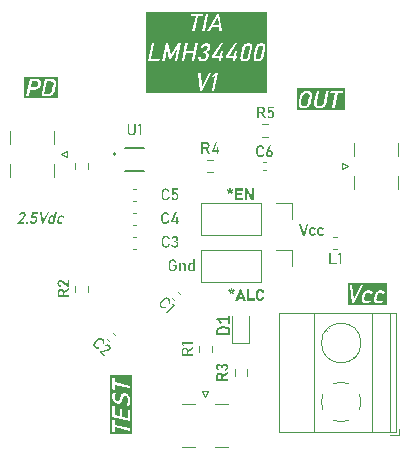
<source format=gbr>
%TF.GenerationSoftware,KiCad,Pcbnew,8.0.2*%
%TF.CreationDate,2025-01-11T01:27:01-03:00*%
%TF.ProjectId,LMH34400,4c4d4833-3434-4303-902e-6b696361645f,rev?*%
%TF.SameCoordinates,Original*%
%TF.FileFunction,Legend,Top*%
%TF.FilePolarity,Positive*%
%FSLAX46Y46*%
G04 Gerber Fmt 4.6, Leading zero omitted, Abs format (unit mm)*
G04 Created by KiCad (PCBNEW 8.0.2) date 2025-01-11 01:27:01*
%MOMM*%
%LPD*%
G01*
G04 APERTURE LIST*
%ADD10C,0.187500*%
%ADD11C,0.125000*%
%ADD12C,0.200000*%
%ADD13C,0.153000*%
%ADD14C,0.150000*%
%ADD15C,0.120000*%
%ADD16C,0.152400*%
%ADD17C,0.177800*%
G04 APERTURE END LIST*
D10*
G36*
X117804554Y-91223435D02*
G01*
X115949709Y-91223435D01*
X115949709Y-91015368D01*
X116131763Y-91015368D01*
X116330333Y-91056768D01*
X116330333Y-90644412D01*
X117622500Y-90913153D01*
X117622500Y-90708355D01*
X116330333Y-90439614D01*
X116330333Y-90027650D01*
X116131763Y-89986251D01*
X116131763Y-91015368D01*
X115949709Y-91015368D01*
X115949709Y-89557971D01*
X116131763Y-89557971D01*
X116131763Y-89762403D01*
X117622500Y-90072347D01*
X117622500Y-89973062D01*
X117622500Y-89135553D01*
X117423564Y-89094154D01*
X117423564Y-89826553D01*
X116981728Y-89734690D01*
X116981728Y-89112472D01*
X116782793Y-89071073D01*
X116782793Y-89693328D01*
X116330333Y-89599256D01*
X116330333Y-88867008D01*
X116131763Y-88825609D01*
X116131763Y-89557971D01*
X115949709Y-89557971D01*
X115949709Y-88008250D01*
X116116376Y-88008250D01*
X116116822Y-88038730D01*
X116123520Y-88126082D01*
X116138255Y-88207304D01*
X116161027Y-88282394D01*
X116191836Y-88351353D01*
X116230682Y-88414182D01*
X116276844Y-88469862D01*
X116339034Y-88524502D01*
X116410200Y-88568026D01*
X116478344Y-88596487D01*
X116553082Y-88616781D01*
X116554181Y-88617148D01*
X116608593Y-88626449D01*
X116684037Y-88630723D01*
X116762276Y-88617881D01*
X116827202Y-88585160D01*
X116881711Y-88529587D01*
X116884277Y-88525722D01*
X116919597Y-88459124D01*
X116942894Y-88388537D01*
X116945301Y-88378555D01*
X116962077Y-88303781D01*
X116976599Y-88229168D01*
X116977500Y-88224054D01*
X116992811Y-88150858D01*
X117012869Y-88080058D01*
X117032653Y-88034308D01*
X117080280Y-87978209D01*
X117135327Y-87956501D01*
X117210340Y-87960989D01*
X117211439Y-87961356D01*
X117268671Y-87980070D01*
X117333260Y-88024137D01*
X117380699Y-88083721D01*
X117398114Y-88116302D01*
X117424089Y-88190105D01*
X117437371Y-88266377D01*
X117441149Y-88342008D01*
X117438222Y-88406160D01*
X117426695Y-88479137D01*
X117404146Y-88551935D01*
X117386205Y-88591170D01*
X117343582Y-88657894D01*
X117293504Y-88712403D01*
X117453239Y-88873236D01*
X117464599Y-88862117D01*
X117512845Y-88806819D01*
X117555821Y-88741345D01*
X117565759Y-88722775D01*
X117595492Y-88653813D01*
X117617370Y-88578680D01*
X117625365Y-88538764D01*
X117635002Y-88460355D01*
X117637887Y-88383041D01*
X117636895Y-88336032D01*
X117630834Y-88261248D01*
X117616288Y-88177386D01*
X117593809Y-88099939D01*
X117563395Y-88028906D01*
X117525047Y-87964287D01*
X117479460Y-87907125D01*
X117418006Y-87851181D01*
X117347646Y-87806807D01*
X117280249Y-87777982D01*
X117206310Y-87757657D01*
X117204112Y-87757291D01*
X117159985Y-87749426D01*
X117081468Y-87744205D01*
X117006275Y-87755825D01*
X116942261Y-87785396D01*
X116886840Y-87836426D01*
X116848372Y-87897608D01*
X116820162Y-87968317D01*
X116817302Y-87977755D01*
X116797499Y-88048815D01*
X116780594Y-88120358D01*
X116777137Y-88136260D01*
X116760408Y-88207747D01*
X116741393Y-88279360D01*
X116720380Y-88333271D01*
X116676181Y-88391834D01*
X116621959Y-88416563D01*
X116547953Y-88413083D01*
X116546854Y-88413083D01*
X116488028Y-88394214D01*
X116422125Y-88351383D01*
X116374296Y-88294381D01*
X116363362Y-88275979D01*
X116334683Y-88207801D01*
X116317953Y-88129104D01*
X116313114Y-88049283D01*
X116313234Y-88038870D01*
X116321799Y-87962599D01*
X116343888Y-87889548D01*
X116354301Y-87865887D01*
X116391928Y-87801252D01*
X116438044Y-87743369D01*
X116272081Y-87592793D01*
X116226629Y-87650131D01*
X116185888Y-87716590D01*
X116154844Y-87786600D01*
X116134558Y-87852953D01*
X116120922Y-87929000D01*
X116116376Y-88008250D01*
X115949709Y-88008250D01*
X115949709Y-87416206D01*
X116131763Y-87416206D01*
X116330333Y-87457605D01*
X116330333Y-87045249D01*
X117622500Y-87313990D01*
X117622500Y-87109193D01*
X116330333Y-86840451D01*
X116330333Y-86428488D01*
X116131763Y-86387089D01*
X116131763Y-87416206D01*
X115949709Y-87416206D01*
X115949709Y-86220422D01*
X117804554Y-86220422D01*
X117804554Y-91223435D01*
G37*
D11*
G36*
X108079274Y-73415000D02*
G01*
X108104432Y-73294099D01*
X108539428Y-72831992D01*
X108571954Y-72794132D01*
X108600614Y-72752565D01*
X108602198Y-72749926D01*
X108624224Y-72706150D01*
X108635415Y-72669815D01*
X108635660Y-72668593D01*
X108638590Y-72618626D01*
X108620761Y-72576270D01*
X108578901Y-72549608D01*
X108530635Y-72543297D01*
X108482009Y-72550169D01*
X108435823Y-72572784D01*
X108427321Y-72579200D01*
X108392726Y-72616320D01*
X108368304Y-72661001D01*
X108360886Y-72680806D01*
X108360642Y-72681538D01*
X108219714Y-72681538D01*
X108219958Y-72680806D01*
X108238248Y-72634664D01*
X108263449Y-72585976D01*
X108292811Y-72542827D01*
X108326334Y-72505219D01*
X108352826Y-72481748D01*
X108398744Y-72450759D01*
X108448081Y-72428625D01*
X108500838Y-72415344D01*
X108549805Y-72410986D01*
X108557014Y-72410917D01*
X108610866Y-72414155D01*
X108663767Y-72425783D01*
X108712260Y-72448973D01*
X108745569Y-72478572D01*
X108771267Y-72521053D01*
X108783788Y-72572382D01*
X108783857Y-72625436D01*
X108777076Y-72669815D01*
X108777076Y-72670547D01*
X108763158Y-72717691D01*
X108742532Y-72763225D01*
X108732624Y-72781189D01*
X108705364Y-72823699D01*
X108673777Y-72864766D01*
X108650314Y-72891343D01*
X108287614Y-73282376D01*
X108655199Y-73282376D01*
X108627600Y-73415000D01*
X108079274Y-73415000D01*
G37*
G36*
X108800279Y-73415000D02*
G01*
X108830810Y-73268698D01*
X108973936Y-73268698D01*
X108943406Y-73415000D01*
X108800279Y-73415000D01*
G37*
G36*
X109402826Y-73425258D02*
G01*
X109350696Y-73421182D01*
X109299968Y-73406853D01*
X109257625Y-73382207D01*
X109234055Y-73360045D01*
X109206751Y-73318994D01*
X109189687Y-73269481D01*
X109183116Y-73218366D01*
X109183496Y-73175642D01*
X109183496Y-73175153D01*
X109319784Y-73175153D01*
X109319784Y-73175642D01*
X109324058Y-73224307D01*
X109344697Y-73260882D01*
X109389027Y-73286170D01*
X109430670Y-73291168D01*
X109480468Y-73283792D01*
X109526523Y-73259348D01*
X109541068Y-73246472D01*
X109571007Y-73207798D01*
X109591511Y-73163294D01*
X109603350Y-73120443D01*
X109620691Y-73036912D01*
X109627140Y-72985353D01*
X109621515Y-72935658D01*
X109610921Y-72911127D01*
X109574773Y-72877787D01*
X109527116Y-72866848D01*
X109519086Y-72866674D01*
X109469582Y-72876372D01*
X109446546Y-72887191D01*
X109406369Y-72915449D01*
X109376937Y-72944588D01*
X109252617Y-72944588D01*
X109361549Y-72421175D01*
X109857118Y-72421175D01*
X109829519Y-72553555D01*
X109470238Y-72553555D01*
X109423831Y-72777281D01*
X109466871Y-72752682D01*
X109487579Y-72744553D01*
X109535751Y-72733757D01*
X109554257Y-72732829D01*
X109606364Y-72736639D01*
X109657186Y-72750325D01*
X109703230Y-72777617D01*
X109734264Y-72812452D01*
X109757508Y-72862399D01*
X109767140Y-72915457D01*
X109767054Y-72968569D01*
X109760654Y-73019062D01*
X109757223Y-73036912D01*
X109739882Y-73120443D01*
X109726489Y-73172713D01*
X109709027Y-73220346D01*
X109683510Y-73270057D01*
X109652453Y-73313457D01*
X109621424Y-73345635D01*
X109580827Y-73376660D01*
X109536186Y-73400064D01*
X109487501Y-73415849D01*
X109434773Y-73424014D01*
X109402826Y-73425258D01*
G37*
G36*
X110132380Y-73415000D02*
G01*
X110021982Y-72421175D01*
X110170482Y-72421175D01*
X110241801Y-73200310D01*
X110637230Y-72421175D01*
X110785485Y-72421175D01*
X110262073Y-73415000D01*
X110132380Y-73415000D01*
G37*
G36*
X111056839Y-73415000D02*
G01*
X111263468Y-72421175D01*
X111400000Y-72421175D01*
X111193371Y-73415000D01*
X111056839Y-73415000D01*
G37*
G36*
X110880007Y-73427212D02*
G01*
X110826747Y-73422495D01*
X110777011Y-73405912D01*
X110734392Y-73373483D01*
X110718074Y-73351741D01*
X110697666Y-73304381D01*
X110689549Y-73254044D01*
X110690185Y-73203638D01*
X110698044Y-73147295D01*
X110699756Y-73138761D01*
X110732240Y-72982201D01*
X110744740Y-72932650D01*
X110763598Y-72880398D01*
X110787061Y-72834129D01*
X110815130Y-72793844D01*
X110837997Y-72768733D01*
X110878603Y-72735607D01*
X110923482Y-72711946D01*
X110972636Y-72697750D01*
X111026064Y-72693018D01*
X111076434Y-72699329D01*
X111123138Y-72720098D01*
X111131577Y-72725990D01*
X111167670Y-72762577D01*
X111191285Y-72807376D01*
X111195080Y-72818314D01*
X111150873Y-72963150D01*
X111155350Y-72914143D01*
X111150873Y-72885969D01*
X111124020Y-72843899D01*
X111114480Y-72837121D01*
X111067279Y-72821601D01*
X111044138Y-72820268D01*
X110992756Y-72827403D01*
X110948549Y-72848807D01*
X110930565Y-72863499D01*
X110898175Y-72904190D01*
X110877006Y-72951984D01*
X110868528Y-72984399D01*
X110836288Y-73138761D01*
X110830458Y-73187806D01*
X110838232Y-73238122D01*
X110848500Y-73258196D01*
X110886663Y-73289703D01*
X110936184Y-73300041D01*
X110944487Y-73300205D01*
X110995110Y-73293431D01*
X111021912Y-73282864D01*
X111061633Y-73253262D01*
X111078577Y-73232550D01*
X111101104Y-73188917D01*
X111111061Y-73153904D01*
X111089323Y-73303625D01*
X111059504Y-73343596D01*
X111023191Y-73377279D01*
X111007014Y-73389354D01*
X110960130Y-73413865D01*
X110911129Y-73425400D01*
X110880007Y-73427212D01*
G37*
G36*
X111694801Y-73425258D02*
G01*
X111643988Y-73422424D01*
X111591934Y-73411956D01*
X111541975Y-73390546D01*
X111502183Y-73359062D01*
X111489882Y-73344658D01*
X111464755Y-73300114D01*
X111451169Y-73247327D01*
X111448748Y-73194376D01*
X111453706Y-73143967D01*
X111458619Y-73117023D01*
X111482799Y-73000031D01*
X111496440Y-72947761D01*
X111514649Y-72900128D01*
X111541667Y-72850416D01*
X111574903Y-72807016D01*
X111608339Y-72774839D01*
X111652304Y-72743814D01*
X111700850Y-72720409D01*
X111753978Y-72704624D01*
X111803162Y-72697160D01*
X111846720Y-72695216D01*
X111900039Y-72698708D01*
X111948163Y-72709184D01*
X111987404Y-72724769D01*
X112030505Y-72752735D01*
X112065019Y-72792138D01*
X112074355Y-72808545D01*
X111957118Y-72898914D01*
X111924508Y-72862373D01*
X111899721Y-72846402D01*
X111852304Y-72830450D01*
X111820831Y-72827840D01*
X111769792Y-72833179D01*
X111721025Y-72851182D01*
X111689184Y-72873025D01*
X111654631Y-72911951D01*
X111631768Y-72956806D01*
X111619330Y-73000031D01*
X111595150Y-73117023D01*
X111589192Y-73165815D01*
X111595329Y-73214541D01*
X111611515Y-73246960D01*
X111649776Y-73278182D01*
X111700625Y-73291519D01*
X111724111Y-73292634D01*
X111773020Y-73286374D01*
X111811061Y-73272850D01*
X111855445Y-73247143D01*
X111891173Y-73216674D01*
X111969330Y-73313883D01*
X111932449Y-73347632D01*
X111890315Y-73375666D01*
X111847453Y-73396193D01*
X111796908Y-73412740D01*
X111744342Y-73422419D01*
X111694801Y-73425258D01*
G37*
D10*
G36*
X109706936Y-61330957D02*
G01*
X109779945Y-61350392D01*
X109835136Y-61401407D01*
X109853798Y-61439647D01*
X109865272Y-61514092D01*
X109856752Y-61588986D01*
X109841616Y-61643574D01*
X109806806Y-61715153D01*
X109757467Y-61774366D01*
X109728289Y-61798396D01*
X109659062Y-61833405D01*
X109581612Y-61845075D01*
X109214585Y-61845075D01*
X109321608Y-61330333D01*
X109688590Y-61330333D01*
X109706936Y-61330957D01*
G37*
G36*
X110891789Y-61330668D02*
G01*
X110972331Y-61340463D01*
X111045032Y-61367253D01*
X111104588Y-61416062D01*
X111117007Y-61432751D01*
X111147004Y-61504469D01*
X111153086Y-61584017D01*
X111143423Y-61657496D01*
X111052198Y-62096400D01*
X111040202Y-62143455D01*
X111009502Y-62219499D01*
X110967095Y-62284414D01*
X110912980Y-62338201D01*
X110871068Y-62367211D01*
X110800956Y-62399472D01*
X110722150Y-62418229D01*
X110644801Y-62423564D01*
X110380981Y-62423564D01*
X110608279Y-61330333D01*
X110871947Y-61330333D01*
X110891789Y-61330668D01*
G37*
G36*
X111533687Y-62789167D02*
G01*
X108681850Y-62789167D01*
X108681850Y-62622500D01*
X108848517Y-62622500D01*
X109052948Y-62622500D01*
X110135188Y-62622500D01*
X110273674Y-62622500D01*
X110596441Y-62622500D01*
X110607439Y-62622438D01*
X110682285Y-62618561D01*
X110763228Y-62606746D01*
X110839272Y-62587054D01*
X110910415Y-62559485D01*
X110968386Y-62529216D01*
X111029013Y-62488012D01*
X111090048Y-62433227D01*
X111137927Y-62377035D01*
X111143507Y-62369522D01*
X111184276Y-62305912D01*
X111218176Y-62236074D01*
X111245207Y-62160008D01*
X111263224Y-62088340D01*
X111351151Y-61665922D01*
X111354284Y-61650143D01*
X111365010Y-61574595D01*
X111367020Y-61491304D01*
X111357179Y-61416051D01*
X111330722Y-61338413D01*
X111288137Y-61271714D01*
X111280755Y-61263104D01*
X111220932Y-61210486D01*
X111146838Y-61171261D01*
X111071971Y-61148300D01*
X110986619Y-61135180D01*
X110907484Y-61131763D01*
X110649564Y-61131763D01*
X110445133Y-61131763D01*
X110176550Y-62423564D01*
X110135188Y-62622500D01*
X109052948Y-62622500D01*
X109173224Y-62044010D01*
X109533618Y-62044010D01*
X109550019Y-62043791D01*
X109629445Y-62036128D01*
X109704579Y-62017516D01*
X109775419Y-61987957D01*
X109789070Y-61980724D01*
X109853334Y-61939150D01*
X109910943Y-61888560D01*
X109961898Y-61828954D01*
X109980199Y-61802765D01*
X110019390Y-61732533D01*
X110046647Y-61663513D01*
X110066312Y-61588986D01*
X110069685Y-61571815D01*
X110078807Y-61498020D01*
X110077319Y-61422686D01*
X110061549Y-61347918D01*
X110041559Y-61299489D01*
X109999124Y-61237580D01*
X109941748Y-61188550D01*
X109876937Y-61156219D01*
X109801390Y-61137309D01*
X109723395Y-61131763D01*
X109362893Y-61131763D01*
X109158461Y-61131763D01*
X109010154Y-61845075D01*
X108848517Y-62622500D01*
X108681850Y-62622500D01*
X108681850Y-60965096D01*
X111533687Y-60965096D01*
X111533687Y-62789167D01*
G37*
G36*
X132661106Y-62331253D02*
G01*
X132730907Y-62361875D01*
X132783391Y-62414230D01*
X132790986Y-62425918D01*
X132819405Y-62498745D01*
X132825630Y-62577499D01*
X132815265Y-62658595D01*
X132724407Y-63095301D01*
X132712834Y-63141356D01*
X132683304Y-63216907D01*
X132642587Y-63283010D01*
X132590684Y-63339666D01*
X132571278Y-63356100D01*
X132502127Y-63399205D01*
X132426106Y-63424350D01*
X132351814Y-63431624D01*
X132273489Y-63422643D01*
X132203696Y-63392021D01*
X132151047Y-63339666D01*
X132143450Y-63327893D01*
X132114973Y-63254797D01*
X132108618Y-63176101D01*
X132118806Y-63095301D01*
X132209665Y-62658595D01*
X132221343Y-62612347D01*
X132251018Y-62536629D01*
X132291822Y-62470590D01*
X132343754Y-62414230D01*
X132363222Y-62397796D01*
X132432488Y-62354691D01*
X132508480Y-62329547D01*
X132582624Y-62322273D01*
X132661106Y-62331253D01*
G37*
G36*
X135825285Y-63804554D02*
G01*
X131727976Y-63804554D01*
X131727976Y-63224813D01*
X131894643Y-63224813D01*
X131898829Y-63304324D01*
X131914375Y-63377402D01*
X131919340Y-63392708D01*
X131951590Y-63462667D01*
X131996219Y-63521679D01*
X132053227Y-63569743D01*
X132086132Y-63589374D01*
X132159777Y-63618655D01*
X132234990Y-63633628D01*
X132308950Y-63637887D01*
X132365926Y-63635491D01*
X132439211Y-63624844D01*
X132517988Y-63602684D01*
X132592882Y-63569743D01*
X132647694Y-63537248D01*
X132712500Y-63487586D01*
X132764753Y-63435997D01*
X132811968Y-63377402D01*
X132853207Y-63312761D01*
X132876816Y-63264802D01*
X133217310Y-63264802D01*
X133224587Y-63343001D01*
X133247174Y-63423619D01*
X133284944Y-63492807D01*
X133328745Y-63542111D01*
X133392282Y-63586740D01*
X133469214Y-63617485D01*
X133545815Y-63632786D01*
X133632257Y-63637887D01*
X133662535Y-63637320D01*
X133749608Y-63628819D01*
X133831040Y-63610118D01*
X133906830Y-63581215D01*
X133976979Y-63542111D01*
X134041486Y-63492807D01*
X134090323Y-63444553D01*
X134141843Y-63378951D01*
X134185635Y-63304951D01*
X134216225Y-63236870D01*
X134241448Y-63162956D01*
X134261305Y-63083211D01*
X134417852Y-62330333D01*
X134588102Y-62330333D01*
X135000457Y-62330333D01*
X134731716Y-63622500D01*
X134936514Y-63622500D01*
X135205254Y-62330333D01*
X135617219Y-62330333D01*
X135658618Y-62131763D01*
X134629501Y-62131763D01*
X134588102Y-62330333D01*
X134417852Y-62330333D01*
X134459141Y-62131763D01*
X134254344Y-62131763D01*
X134055042Y-63090172D01*
X134040097Y-63148720D01*
X134012997Y-63218730D01*
X133972712Y-63286489D01*
X133922051Y-63342597D01*
X133896475Y-63363463D01*
X133825921Y-63403455D01*
X133754347Y-63424582D01*
X133675122Y-63431624D01*
X133599590Y-63424582D01*
X133525456Y-63396848D01*
X133467393Y-63342597D01*
X133453494Y-63319098D01*
X133430621Y-63242611D01*
X133428650Y-63167086D01*
X133439550Y-63090172D01*
X133638852Y-62131763D01*
X133434054Y-62131763D01*
X133236218Y-63083211D01*
X133232938Y-63099627D01*
X133221187Y-63178206D01*
X133217310Y-63264802D01*
X132876816Y-63264802D01*
X132887530Y-63243038D01*
X132914939Y-63168231D01*
X132935432Y-63088340D01*
X133023360Y-62665922D01*
X133033724Y-62605056D01*
X133039609Y-62528589D01*
X133035391Y-62448968D01*
X133019696Y-62376128D01*
X133014732Y-62360911D01*
X132982482Y-62291309D01*
X132937852Y-62232512D01*
X132880844Y-62184520D01*
X132847948Y-62164888D01*
X132774375Y-62135608D01*
X132699288Y-62120635D01*
X132625488Y-62116376D01*
X132568387Y-62118772D01*
X132494977Y-62129419D01*
X132416113Y-62151579D01*
X132341190Y-62184520D01*
X132293972Y-62212019D01*
X132228457Y-62260560D01*
X132169319Y-62317853D01*
X132122104Y-62376128D01*
X132081002Y-62440540D01*
X132046724Y-62510309D01*
X132019270Y-62585437D01*
X131998639Y-62665922D01*
X131910712Y-63088340D01*
X131900459Y-63148735D01*
X131898367Y-63176101D01*
X131894643Y-63224813D01*
X131727976Y-63224813D01*
X131727976Y-61949709D01*
X135825285Y-61949709D01*
X135825285Y-63804554D01*
G37*
G36*
X139383817Y-80304554D02*
G01*
X136058386Y-80304554D01*
X136058386Y-78631763D01*
X136225053Y-78631763D01*
X136390649Y-80122500D01*
X136585189Y-80122500D01*
X136759481Y-79791565D01*
X137233869Y-79791565D01*
X137237500Y-79870990D01*
X137257879Y-79950171D01*
X137295569Y-80016987D01*
X137314021Y-80038593D01*
X137373709Y-80085819D01*
X137448648Y-80117934D01*
X137526729Y-80133636D01*
X137602949Y-80137887D01*
X137677259Y-80133629D01*
X137756108Y-80119111D01*
X137831926Y-80094289D01*
X137896219Y-80063499D01*
X137959420Y-80021448D01*
X138014742Y-79970825D01*
X137897505Y-79825012D01*
X137843914Y-79870714D01*
X137777338Y-79909275D01*
X137720277Y-79929561D01*
X137646912Y-79938951D01*
X137611684Y-79937278D01*
X137535410Y-79917274D01*
X137478018Y-79870441D01*
X137453740Y-79821812D01*
X137449931Y-79791565D01*
X138278740Y-79791565D01*
X138282371Y-79870990D01*
X138302750Y-79950171D01*
X138340440Y-80016987D01*
X138358892Y-80038593D01*
X138418580Y-80085819D01*
X138493519Y-80117934D01*
X138571600Y-80133636D01*
X138647819Y-80137887D01*
X138722130Y-80133629D01*
X138800979Y-80119111D01*
X138876797Y-80094289D01*
X138941090Y-80063499D01*
X139004291Y-80021448D01*
X139059613Y-79970825D01*
X138942376Y-79825012D01*
X138888785Y-79870714D01*
X138822209Y-79909275D01*
X138765148Y-79929561D01*
X138691783Y-79938951D01*
X138656555Y-79937278D01*
X138580281Y-79917274D01*
X138522889Y-79870441D01*
X138498610Y-79821812D01*
X138489406Y-79748722D01*
X138498343Y-79675535D01*
X138534613Y-79500047D01*
X138553270Y-79435209D01*
X138587564Y-79367926D01*
X138639393Y-79309537D01*
X138687155Y-79276774D01*
X138760305Y-79249769D01*
X138836863Y-79241760D01*
X138884073Y-79245675D01*
X138955199Y-79269603D01*
X138992379Y-79293560D01*
X139041295Y-79348372D01*
X139217150Y-79212817D01*
X139203146Y-79188207D01*
X139151374Y-79129102D01*
X139086724Y-79087154D01*
X139027862Y-79063777D01*
X138955676Y-79048062D01*
X138875698Y-79042824D01*
X138810361Y-79045740D01*
X138736584Y-79056937D01*
X138656893Y-79080614D01*
X138584074Y-79115721D01*
X138518127Y-79162259D01*
X138467972Y-79210524D01*
X138418118Y-79275625D01*
X138377591Y-79350192D01*
X138350277Y-79421642D01*
X138329815Y-79500047D01*
X138293545Y-79675535D01*
X138286176Y-79715950D01*
X138278740Y-79791565D01*
X137449931Y-79791565D01*
X137444535Y-79748722D01*
X137453472Y-79675535D01*
X137489742Y-79500047D01*
X137508399Y-79435209D01*
X137542693Y-79367926D01*
X137594522Y-79309537D01*
X137642284Y-79276774D01*
X137715434Y-79249769D01*
X137791993Y-79241760D01*
X137839202Y-79245675D01*
X137910328Y-79269603D01*
X137947508Y-79293560D01*
X137996424Y-79348372D01*
X138172279Y-79212817D01*
X138158275Y-79188207D01*
X138106503Y-79129102D01*
X138041853Y-79087154D01*
X137982991Y-79063777D01*
X137910805Y-79048062D01*
X137830827Y-79042824D01*
X137765490Y-79045740D01*
X137691713Y-79056937D01*
X137612022Y-79080614D01*
X137539203Y-79115721D01*
X137473256Y-79162259D01*
X137423101Y-79210524D01*
X137373247Y-79275625D01*
X137332721Y-79350192D01*
X137305406Y-79421642D01*
X137284944Y-79500047D01*
X137248674Y-79675535D01*
X137241305Y-79715950D01*
X137233869Y-79791565D01*
X136759481Y-79791565D01*
X137370307Y-78631763D01*
X137147924Y-78631763D01*
X136554780Y-79800465D01*
X136447802Y-78631763D01*
X136225053Y-78631763D01*
X136058386Y-78631763D01*
X136058386Y-78465096D01*
X139383817Y-78465096D01*
X139383817Y-80304554D01*
G37*
D12*
G36*
X126323238Y-79359347D02*
G01*
X126169365Y-79147344D01*
X126284892Y-79063813D01*
X126438765Y-79275083D01*
X126323238Y-79359347D01*
G37*
G36*
X126131263Y-79359347D02*
G01*
X126015737Y-79275083D01*
X126169365Y-79063813D01*
X126284892Y-79147344D01*
X126131263Y-79359347D01*
G37*
G36*
X126205025Y-79173234D02*
G01*
X125956141Y-79092634D01*
X126000594Y-78956591D01*
X126249477Y-79037923D01*
X126205025Y-79173234D01*
G37*
G36*
X126155688Y-79105579D02*
G01*
X126155688Y-78843750D01*
X126298570Y-78843750D01*
X126298570Y-79105579D01*
X126155688Y-79105579D01*
G37*
G36*
X126249477Y-79173234D02*
G01*
X126205025Y-79037923D01*
X126453908Y-78956591D01*
X126498360Y-79092634D01*
X126249477Y-79173234D01*
G37*
G36*
X126541591Y-79915000D02*
G01*
X126921633Y-78920931D01*
X127040580Y-78920931D01*
X127420621Y-79915000D01*
X127219121Y-79915000D01*
X126981229Y-79236249D01*
X126743336Y-79915000D01*
X126541591Y-79915000D01*
G37*
G36*
X126724041Y-79755753D02*
G01*
X126724041Y-79575258D01*
X127246965Y-79575258D01*
X127246965Y-79755753D01*
X126724041Y-79755753D01*
G37*
G36*
X127542987Y-79915000D02*
G01*
X127542987Y-78920931D01*
X127730321Y-78920931D01*
X127730321Y-79915000D01*
X127542987Y-79915000D01*
G37*
G36*
X127626274Y-79915000D02*
G01*
X127626274Y-79734504D01*
X128208793Y-79734504D01*
X128208793Y-79915000D01*
X127626274Y-79915000D01*
G37*
G36*
X128656735Y-79925258D02*
G01*
X128601810Y-79922556D01*
X128551100Y-79914450D01*
X128499086Y-79898872D01*
X128462317Y-79882027D01*
X128420112Y-79854442D01*
X128383895Y-79820598D01*
X128353668Y-79780494D01*
X128339463Y-79755509D01*
X128319038Y-79705955D01*
X128306493Y-79657366D01*
X128299231Y-79604503D01*
X128297209Y-79554741D01*
X128297209Y-79281922D01*
X128299231Y-79231910D01*
X128306493Y-79178932D01*
X128319038Y-79130412D01*
X128339463Y-79081154D01*
X128366363Y-79037672D01*
X128399252Y-79000371D01*
X128438130Y-78969253D01*
X128462317Y-78954637D01*
X128510184Y-78933503D01*
X128563382Y-78919285D01*
X128615146Y-78912454D01*
X128656735Y-78910917D01*
X128708124Y-78914105D01*
X128756228Y-78923668D01*
X128805826Y-78941772D01*
X128824529Y-78951217D01*
X128867997Y-78979959D01*
X128906503Y-79015808D01*
X128936917Y-79054150D01*
X128946162Y-79068210D01*
X128970988Y-79113820D01*
X128991062Y-79164646D01*
X129004915Y-79214205D01*
X129012841Y-79254078D01*
X128818668Y-79254078D01*
X128803803Y-79205291D01*
X128784962Y-79169570D01*
X128752543Y-79132724D01*
X128729519Y-79116570D01*
X128681159Y-79099820D01*
X128656735Y-79098007D01*
X128606821Y-79103722D01*
X128561850Y-79122990D01*
X128534613Y-79146367D01*
X128508269Y-79187984D01*
X128494802Y-79235848D01*
X128491382Y-79281922D01*
X128491382Y-79554741D01*
X128495604Y-79605527D01*
X128510000Y-79652465D01*
X128534613Y-79690052D01*
X128575741Y-79721047D01*
X128624010Y-79735633D01*
X128656735Y-79737923D01*
X128706897Y-79730163D01*
X128752446Y-79704625D01*
X128760538Y-79697379D01*
X128790634Y-79658676D01*
X128810543Y-79613075D01*
X128818668Y-79582096D01*
X129012841Y-79582096D01*
X129001483Y-79634456D01*
X128986462Y-79682847D01*
X128965185Y-79732542D01*
X128945430Y-79767721D01*
X128916374Y-79808100D01*
X128879423Y-79846167D01*
X128837558Y-79877079D01*
X128824041Y-79884958D01*
X128776323Y-79906210D01*
X128724455Y-79919591D01*
X128674225Y-79924903D01*
X128656735Y-79925258D01*
G37*
D11*
G36*
X132268004Y-74415000D02*
G01*
X131943894Y-73421175D01*
X132095569Y-73421175D01*
X132334194Y-74200310D01*
X132572819Y-73421175D01*
X132724494Y-73421175D01*
X132400628Y-74415000D01*
X132268004Y-74415000D01*
G37*
G36*
X133079379Y-74425258D02*
G01*
X133026834Y-74422424D01*
X132971393Y-74411956D01*
X132922262Y-74393773D01*
X132879443Y-74367877D01*
X132852722Y-74344658D01*
X132821411Y-74306133D01*
X132797791Y-74261296D01*
X132781861Y-74210149D01*
X132774327Y-74161285D01*
X132772366Y-74117023D01*
X132772366Y-74000031D01*
X132775191Y-73947761D01*
X132785627Y-73892640D01*
X132803755Y-73843830D01*
X132829572Y-73801331D01*
X132852722Y-73774839D01*
X132891033Y-73743814D01*
X132935655Y-73720409D01*
X132986589Y-73704624D01*
X133035270Y-73697160D01*
X133079379Y-73695216D01*
X133129835Y-73698102D01*
X133181645Y-73707943D01*
X133229588Y-73724769D01*
X133276082Y-73750289D01*
X133314814Y-73782884D01*
X133336322Y-73808545D01*
X133235694Y-73898914D01*
X133199244Y-73865469D01*
X133166085Y-73846402D01*
X133119434Y-73831393D01*
X133081333Y-73827840D01*
X133030192Y-73833179D01*
X132984144Y-73851182D01*
X132956281Y-73873025D01*
X132927499Y-73915666D01*
X132913955Y-73965904D01*
X132911828Y-74000031D01*
X132911828Y-74117023D01*
X132916169Y-74165815D01*
X132932839Y-74214541D01*
X132956281Y-74246960D01*
X132998364Y-74276532D01*
X133047800Y-74290448D01*
X133081333Y-74292634D01*
X133130028Y-74286374D01*
X133166085Y-74272850D01*
X133207945Y-74245338D01*
X133235694Y-74216674D01*
X133336322Y-74313883D01*
X133302731Y-74350416D01*
X133261309Y-74380149D01*
X133229344Y-74396193D01*
X133181210Y-74412740D01*
X133129496Y-74422419D01*
X133079379Y-74425258D01*
G37*
G36*
X133775959Y-74425258D02*
G01*
X133723415Y-74422424D01*
X133667973Y-74411956D01*
X133618843Y-74393773D01*
X133576023Y-74367877D01*
X133549302Y-74344658D01*
X133517992Y-74306133D01*
X133494371Y-74261296D01*
X133478441Y-74210149D01*
X133470908Y-74161285D01*
X133468946Y-74117023D01*
X133468946Y-74000031D01*
X133471771Y-73947761D01*
X133482208Y-73892640D01*
X133500335Y-73843830D01*
X133526153Y-73801331D01*
X133549302Y-73774839D01*
X133587613Y-73743814D01*
X133632236Y-73720409D01*
X133683170Y-73704624D01*
X133731850Y-73697160D01*
X133775959Y-73695216D01*
X133826416Y-73698102D01*
X133878226Y-73707943D01*
X133926169Y-73724769D01*
X133972663Y-73750289D01*
X134011394Y-73782884D01*
X134032903Y-73808545D01*
X133932275Y-73898914D01*
X133895825Y-73865469D01*
X133862666Y-73846402D01*
X133816014Y-73831393D01*
X133777913Y-73827840D01*
X133726772Y-73833179D01*
X133680725Y-73851182D01*
X133652861Y-73873025D01*
X133624080Y-73915666D01*
X133610536Y-73965904D01*
X133608409Y-74000031D01*
X133608409Y-74117023D01*
X133612750Y-74165815D01*
X133629420Y-74214541D01*
X133652861Y-74246960D01*
X133694944Y-74276532D01*
X133744381Y-74290448D01*
X133777913Y-74292634D01*
X133826608Y-74286374D01*
X133862666Y-74272850D01*
X133904526Y-74245338D01*
X133932275Y-74216674D01*
X134032903Y-74313883D01*
X133999312Y-74350416D01*
X133957890Y-74380149D01*
X133925925Y-74396193D01*
X133877790Y-74412740D01*
X133826077Y-74422419D01*
X133775959Y-74425258D01*
G37*
D10*
G36*
X127596118Y-58312248D02*
G01*
X127671434Y-58325136D01*
X127732152Y-58371732D01*
X127738637Y-58383266D01*
X127755605Y-58458485D01*
X127747540Y-58536596D01*
X127606856Y-59214370D01*
X127599003Y-59246022D01*
X127569375Y-59318105D01*
X127522592Y-59379234D01*
X127493067Y-59402502D01*
X127425305Y-59430553D01*
X127347836Y-59438951D01*
X127334115Y-59438718D01*
X127259158Y-59425830D01*
X127198360Y-59379234D01*
X127191940Y-59367575D01*
X127175213Y-59292127D01*
X127183339Y-59214370D01*
X127324023Y-58536596D01*
X127331867Y-58504750D01*
X127361387Y-58432500D01*
X127407920Y-58371732D01*
X127433027Y-58351437D01*
X127505236Y-58320412D01*
X127582309Y-58312015D01*
X127596118Y-58312248D01*
G37*
G36*
X128712796Y-58312248D02*
G01*
X128788112Y-58325136D01*
X128848831Y-58371732D01*
X128855316Y-58383266D01*
X128872283Y-58458485D01*
X128864218Y-58536596D01*
X128723534Y-59214370D01*
X128715681Y-59246022D01*
X128686053Y-59318105D01*
X128639270Y-59379234D01*
X128609745Y-59402502D01*
X128541983Y-59430553D01*
X128464515Y-59438951D01*
X128450793Y-59438718D01*
X128375836Y-59425830D01*
X128315038Y-59379234D01*
X128308618Y-59367575D01*
X128291892Y-59292127D01*
X128300017Y-59214370D01*
X128440701Y-58536596D01*
X128448545Y-58504750D01*
X128478066Y-58432500D01*
X128524598Y-58371732D01*
X128549706Y-58351437D01*
X128621914Y-58320412D01*
X128698988Y-58312015D01*
X128712796Y-58312248D01*
G37*
G36*
X125127249Y-56576400D02*
G01*
X124672354Y-56576400D01*
X125040474Y-55899726D01*
X125127249Y-56576400D01*
G37*
G36*
X129248345Y-62309167D02*
G01*
X118996225Y-62309167D01*
X118996225Y-60651763D01*
X123374983Y-60651763D01*
X123540579Y-62142500D01*
X123735119Y-62142500D01*
X124565300Y-62142500D01*
X124769731Y-62142500D01*
X125079675Y-60651763D01*
X124875244Y-60651763D01*
X124638207Y-60793180D01*
X124593144Y-61009335D01*
X124827983Y-60879275D01*
X124565300Y-62142500D01*
X123735119Y-62142500D01*
X124520237Y-60651763D01*
X124297854Y-60651763D01*
X123704710Y-61820465D01*
X123597732Y-60651763D01*
X123374983Y-60651763D01*
X118996225Y-60651763D01*
X118996225Y-59622500D01*
X119162892Y-59622500D01*
X119265108Y-59622500D01*
X120099686Y-59622500D01*
X120366032Y-59622500D01*
X120565701Y-59622500D01*
X120775155Y-58615533D01*
X120957711Y-59415504D01*
X121099860Y-59415504D01*
X121620073Y-58594000D01*
X121406141Y-59622500D01*
X121605443Y-59622500D01*
X122001482Y-59622500D01*
X122205914Y-59622500D01*
X122337844Y-58987957D01*
X122961762Y-58987957D01*
X122829832Y-59622500D01*
X123034630Y-59622500D01*
X123099476Y-59310609D01*
X123411092Y-59310609D01*
X123418503Y-59384507D01*
X123441660Y-59460566D01*
X123454667Y-59486487D01*
X123502793Y-59548598D01*
X123562927Y-59592458D01*
X123618840Y-59616414D01*
X123696327Y-59633450D01*
X123769556Y-59637887D01*
X123818409Y-59636204D01*
X123898776Y-59625159D01*
X123972622Y-59603806D01*
X124039947Y-59572145D01*
X124100750Y-59530176D01*
X124132297Y-59501874D01*
X124180645Y-59445734D01*
X124212464Y-59393888D01*
X124532693Y-59393888D01*
X125161588Y-59393888D01*
X125113747Y-59623599D01*
X125313049Y-59623599D01*
X125360890Y-59393888D01*
X125470586Y-59393888D01*
X125727041Y-59393888D01*
X126355935Y-59393888D01*
X126308094Y-59623599D01*
X126507397Y-59623599D01*
X126555237Y-59393888D01*
X126664933Y-59393888D01*
X126685333Y-59295784D01*
X126966884Y-59295784D01*
X126967267Y-59379384D01*
X126982717Y-59452909D01*
X127018108Y-59523581D01*
X127028594Y-59537423D01*
X127088212Y-59588659D01*
X127158285Y-59619022D01*
X127232785Y-59633868D01*
X127306437Y-59637887D01*
X127356955Y-59636124D01*
X127439439Y-59624553D01*
X127514385Y-59602183D01*
X127581792Y-59569015D01*
X127641660Y-59525047D01*
X127679612Y-59487709D01*
X127725621Y-59428464D01*
X127763320Y-59361084D01*
X127788735Y-59295784D01*
X128083562Y-59295784D01*
X128083945Y-59379384D01*
X128099396Y-59452909D01*
X128134787Y-59523581D01*
X128145272Y-59537423D01*
X128204891Y-59588659D01*
X128274964Y-59619022D01*
X128349463Y-59633868D01*
X128423115Y-59637887D01*
X128473634Y-59636124D01*
X128556117Y-59624553D01*
X128631063Y-59602183D01*
X128698470Y-59569015D01*
X128758339Y-59525047D01*
X128796290Y-59487709D01*
X128842299Y-59428464D01*
X128879998Y-59361084D01*
X128909388Y-59285570D01*
X128927965Y-59214370D01*
X129068649Y-58536596D01*
X129071117Y-58524247D01*
X129081678Y-58442555D01*
X129080493Y-58369172D01*
X129064757Y-58295481D01*
X129028716Y-58225553D01*
X129018058Y-58211933D01*
X128957950Y-58161517D01*
X128887832Y-58131641D01*
X128813592Y-58117033D01*
X128740387Y-58113079D01*
X128690287Y-58114842D01*
X128608341Y-58126412D01*
X128533689Y-58148782D01*
X128466329Y-58181951D01*
X128406263Y-58225919D01*
X128368109Y-58263257D01*
X128321907Y-58322502D01*
X128284120Y-58389881D01*
X128254748Y-58465395D01*
X128236270Y-58536596D01*
X128095586Y-59214370D01*
X128084102Y-59292127D01*
X128083562Y-59295784D01*
X127788735Y-59295784D01*
X127792710Y-59285570D01*
X127811287Y-59214370D01*
X127951971Y-58536596D01*
X127954439Y-58524247D01*
X127965000Y-58442555D01*
X127963815Y-58369172D01*
X127948079Y-58295481D01*
X127912037Y-58225553D01*
X127901380Y-58211933D01*
X127841272Y-58161517D01*
X127771153Y-58131641D01*
X127696914Y-58117033D01*
X127623709Y-58113079D01*
X127573608Y-58114842D01*
X127491663Y-58126412D01*
X127417010Y-58148782D01*
X127349651Y-58181951D01*
X127289584Y-58225919D01*
X127251431Y-58263257D01*
X127205229Y-58322502D01*
X127167442Y-58389881D01*
X127138070Y-58465395D01*
X127119591Y-58536596D01*
X126978907Y-59214370D01*
X126967424Y-59292127D01*
X126966884Y-59295784D01*
X126685333Y-59295784D01*
X126705233Y-59200081D01*
X126595600Y-59200081D01*
X126690212Y-58745790D01*
X126490910Y-58745790D01*
X126396298Y-59200081D01*
X125989724Y-59200081D01*
X126689113Y-58132496D01*
X126478820Y-58132496D01*
X125764776Y-59212172D01*
X125727041Y-59393888D01*
X125470586Y-59393888D01*
X125510886Y-59200081D01*
X125401253Y-59200081D01*
X125495865Y-58745790D01*
X125296563Y-58745790D01*
X125201951Y-59200081D01*
X124795376Y-59200081D01*
X125494766Y-58132496D01*
X125284473Y-58132496D01*
X124570429Y-59212172D01*
X124532693Y-59393888D01*
X124212464Y-59393888D01*
X124220263Y-59381180D01*
X124251150Y-59308210D01*
X124273307Y-59226826D01*
X124278436Y-59201913D01*
X124281894Y-59184067D01*
X124290086Y-59108649D01*
X124285048Y-59034231D01*
X124262316Y-58963777D01*
X124231018Y-58916410D01*
X124172697Y-58870025D01*
X124102582Y-58844342D01*
X124171268Y-58815619D01*
X124237814Y-58774272D01*
X124294923Y-58722709D01*
X124337398Y-58668327D01*
X124372220Y-58601895D01*
X124394574Y-58528536D01*
X124399703Y-58503623D01*
X124409878Y-58437428D01*
X124410222Y-58358225D01*
X124392544Y-58281492D01*
X124355739Y-58217859D01*
X124308043Y-58173460D01*
X124238456Y-58138674D01*
X124162441Y-58121232D01*
X124084996Y-58116376D01*
X124004648Y-58122696D01*
X123928833Y-58141655D01*
X123857553Y-58173254D01*
X123790806Y-58217493D01*
X123767147Y-58237121D01*
X123709159Y-58296672D01*
X123664504Y-58357382D01*
X123625530Y-58426122D01*
X123592236Y-58502890D01*
X123799598Y-58502890D01*
X123810028Y-58479609D01*
X123848828Y-58415093D01*
X123902913Y-58361840D01*
X123969683Y-58328318D01*
X124043231Y-58317144D01*
X124108825Y-58325125D01*
X124174023Y-58365504D01*
X124199726Y-58427871D01*
X124195272Y-58501791D01*
X124185746Y-58547953D01*
X124181705Y-58565437D01*
X124154076Y-58637064D01*
X124108443Y-58695598D01*
X124104820Y-58698821D01*
X124039161Y-58736476D01*
X123964462Y-58747988D01*
X123861147Y-58747988D01*
X123819748Y-58946924D01*
X123923063Y-58946924D01*
X123929098Y-58946984D01*
X124001867Y-58960367D01*
X124060816Y-59008107D01*
X124071968Y-59028355D01*
X124086748Y-59104020D01*
X124078402Y-59180664D01*
X124068876Y-59225727D01*
X124061205Y-59255997D01*
X124030545Y-59324401D01*
X123980216Y-59381432D01*
X123958318Y-59397369D01*
X123888154Y-59427623D01*
X123811322Y-59436753D01*
X123805479Y-59436710D01*
X123732550Y-59427012D01*
X123666242Y-59392423D01*
X123663115Y-59389579D01*
X123627035Y-59325795D01*
X123621545Y-59251372D01*
X123412718Y-59251372D01*
X123411092Y-59310609D01*
X123099476Y-59310609D01*
X123344574Y-58131763D01*
X123139776Y-58131763D01*
X123003123Y-58789021D01*
X122379205Y-58789021D01*
X122515858Y-58131763D01*
X122311427Y-58131763D01*
X122001482Y-59622500D01*
X121605443Y-59622500D01*
X121915387Y-58131763D01*
X121724145Y-58131763D01*
X121091067Y-59115818D01*
X120867219Y-58131763D01*
X120675977Y-58131763D01*
X120366032Y-59622500D01*
X120099686Y-59622500D01*
X120141085Y-59423564D01*
X119408685Y-59423564D01*
X119677268Y-58131763D01*
X119472836Y-58131763D01*
X119162892Y-59622500D01*
X118996225Y-59622500D01*
X118996225Y-55810333D01*
X122764619Y-55810333D01*
X123176974Y-55810333D01*
X122908234Y-57102500D01*
X123113032Y-57102500D01*
X123749040Y-57102500D01*
X123953472Y-57102500D01*
X124165596Y-57102500D01*
X124386148Y-57102500D01*
X124564130Y-56775336D01*
X125152760Y-56775336D01*
X125194714Y-57102500D01*
X125414899Y-57102500D01*
X125187386Y-55611763D01*
X125012997Y-55611763D01*
X124464655Y-56576400D01*
X124165596Y-57102500D01*
X123953472Y-57102500D01*
X124263416Y-55611763D01*
X124058984Y-55611763D01*
X123749040Y-57102500D01*
X123113032Y-57102500D01*
X123381772Y-55810333D01*
X123793737Y-55810333D01*
X123835136Y-55611763D01*
X122806019Y-55611763D01*
X122764619Y-55810333D01*
X118996225Y-55810333D01*
X118996225Y-55445096D01*
X129248345Y-55445096D01*
X129248345Y-62309167D01*
G37*
D12*
G36*
X126188136Y-70859347D02*
G01*
X126034263Y-70647344D01*
X126149790Y-70563813D01*
X126303663Y-70775083D01*
X126188136Y-70859347D01*
G37*
G36*
X125996161Y-70859347D02*
G01*
X125880635Y-70775083D01*
X126034263Y-70563813D01*
X126149790Y-70647344D01*
X125996161Y-70859347D01*
G37*
G36*
X126069923Y-70673234D02*
G01*
X125821039Y-70592634D01*
X125865492Y-70456591D01*
X126114375Y-70537923D01*
X126069923Y-70673234D01*
G37*
G36*
X126020586Y-70605579D02*
G01*
X126020586Y-70343750D01*
X126163468Y-70343750D01*
X126163468Y-70605579D01*
X126020586Y-70605579D01*
G37*
G36*
X126114375Y-70673234D02*
G01*
X126069923Y-70537923D01*
X126318806Y-70456591D01*
X126363258Y-70592634D01*
X126114375Y-70673234D01*
G37*
G36*
X126502233Y-71415000D02*
G01*
X126502233Y-70420931D01*
X126689567Y-70420931D01*
X126689567Y-71415000D01*
X126502233Y-71415000D01*
G37*
G36*
X126569888Y-71415000D02*
G01*
X126569888Y-71234504D01*
X127168039Y-71234504D01*
X127168039Y-71415000D01*
X126569888Y-71415000D01*
G37*
G36*
X126569888Y-71011755D02*
G01*
X126569888Y-70831259D01*
X127092812Y-70831259D01*
X127092812Y-71011755D01*
X126569888Y-71011755D01*
G37*
G36*
X126569888Y-70601427D02*
G01*
X126569888Y-70420931D01*
X127168039Y-70420931D01*
X127168039Y-70601427D01*
X126569888Y-70601427D01*
G37*
G36*
X127338520Y-71414267D02*
G01*
X127338520Y-70420931D01*
X127567376Y-70420931D01*
X127937404Y-71182725D01*
X127920795Y-71200310D01*
X127920795Y-70420931D01*
X128100069Y-70420931D01*
X128100069Y-71414267D01*
X127869748Y-71414267D01*
X127501186Y-70664197D01*
X127517550Y-70646612D01*
X127517550Y-71414267D01*
X127338520Y-71414267D01*
G37*
D11*
G36*
X121237718Y-76879863D02*
G01*
X121582344Y-76879863D01*
X121582344Y-77053276D01*
X121579627Y-77107559D01*
X121571476Y-77158300D01*
X121557890Y-77205500D01*
X121538869Y-77249159D01*
X121511690Y-77293307D01*
X121479063Y-77331505D01*
X121440988Y-77363752D01*
X121417481Y-77379096D01*
X121371490Y-77401410D01*
X121321173Y-77416422D01*
X121272812Y-77423635D01*
X121234298Y-77425258D01*
X121182962Y-77422556D01*
X121129186Y-77413057D01*
X121079621Y-77396718D01*
X121048918Y-77382027D01*
X121007206Y-77354771D01*
X120967431Y-77317915D01*
X120937547Y-77278830D01*
X120926064Y-77259661D01*
X120904930Y-77213081D01*
X120890713Y-77162366D01*
X120883882Y-77113815D01*
X120882344Y-77075258D01*
X120882344Y-76781922D01*
X120885046Y-76727670D01*
X120893152Y-76677020D01*
X120906662Y-76629972D01*
X120925575Y-76586528D01*
X120952754Y-76542517D01*
X120985382Y-76504456D01*
X121023457Y-76472347D01*
X121046964Y-76457079D01*
X121092954Y-76434764D01*
X121143272Y-76419753D01*
X121191632Y-76412540D01*
X121230146Y-76410917D01*
X121282964Y-76414519D01*
X121332728Y-76425324D01*
X121379440Y-76443332D01*
X121388416Y-76447798D01*
X121430877Y-76473734D01*
X121468806Y-76505443D01*
X121502203Y-76542924D01*
X121508339Y-76551113D01*
X121535640Y-76594699D01*
X121556787Y-76642723D01*
X121570558Y-76689737D01*
X121574040Y-76706207D01*
X121423098Y-76706207D01*
X121405561Y-76657277D01*
X121376687Y-76613709D01*
X121348360Y-76587749D01*
X121305862Y-76562745D01*
X121257341Y-76548680D01*
X121230146Y-76546716D01*
X121180837Y-76551836D01*
X121132847Y-76569534D01*
X121092013Y-76599874D01*
X121081158Y-76611441D01*
X121051663Y-76655795D01*
X121034457Y-76702649D01*
X121026100Y-76756070D01*
X121025227Y-76781922D01*
X121025227Y-77075258D01*
X121029767Y-77126767D01*
X121045461Y-77176884D01*
X121072366Y-77219512D01*
X121082624Y-77230840D01*
X121122098Y-77261624D01*
X121168776Y-77281006D01*
X121222658Y-77288986D01*
X121234298Y-77289214D01*
X121283706Y-77284346D01*
X121331715Y-77267516D01*
X121372473Y-77238665D01*
X121383287Y-77227665D01*
X121412911Y-77184474D01*
X121430191Y-77137527D01*
X121438585Y-77082928D01*
X121439462Y-77056207D01*
X121439462Y-77012976D01*
X121237718Y-77012976D01*
X121237718Y-76879863D01*
G37*
G36*
X121793859Y-77415000D02*
G01*
X121793859Y-76705474D01*
X121933321Y-76705474D01*
X121933321Y-77415000D01*
X121793859Y-77415000D01*
G37*
G36*
X122224459Y-77415000D02*
G01*
X122224459Y-76985132D01*
X122219032Y-76933521D01*
X122198983Y-76885462D01*
X122185869Y-76868872D01*
X122142552Y-76839420D01*
X122093465Y-76828481D01*
X122076204Y-76827840D01*
X122025758Y-76833806D01*
X121980273Y-76855515D01*
X121970446Y-76863988D01*
X121942603Y-76907524D01*
X121933466Y-76957740D01*
X121933321Y-76965837D01*
X121918911Y-76829061D01*
X121946308Y-76785040D01*
X121982423Y-76746730D01*
X122004640Y-76730143D01*
X122049558Y-76707529D01*
X122098183Y-76696444D01*
X122121877Y-76695216D01*
X122176374Y-76699933D01*
X122224337Y-76714084D01*
X122270486Y-76741280D01*
X122300663Y-76770687D01*
X122328338Y-76812346D01*
X122348107Y-76861851D01*
X122358918Y-76911604D01*
X122363675Y-76967364D01*
X122363922Y-76984399D01*
X122363922Y-77415000D01*
X122224459Y-77415000D01*
G37*
G36*
X122978681Y-77415000D02*
G01*
X122978681Y-76421175D01*
X123118144Y-76421175D01*
X123118144Y-77415000D01*
X122978681Y-77415000D01*
G37*
G36*
X122800384Y-77427212D02*
G01*
X122751450Y-77423600D01*
X122701823Y-77410629D01*
X122654021Y-77384759D01*
X122618667Y-77351741D01*
X122590777Y-77310128D01*
X122570856Y-77260760D01*
X122559962Y-77211202D01*
X122555169Y-77155707D01*
X122554920Y-77138761D01*
X122554920Y-76982201D01*
X122557118Y-76932650D01*
X122565239Y-76880398D01*
X122581847Y-76828008D01*
X122606272Y-76783433D01*
X122617446Y-76768733D01*
X122656655Y-76732132D01*
X122703939Y-76707510D01*
X122752750Y-76695680D01*
X122793545Y-76693018D01*
X122842812Y-76698459D01*
X122891993Y-76716491D01*
X122908583Y-76725990D01*
X122947745Y-76757016D01*
X122980297Y-76796911D01*
X122993091Y-76818314D01*
X122978681Y-76963150D01*
X122972912Y-76914143D01*
X122962317Y-76885969D01*
X122931096Y-76847700D01*
X122914689Y-76837121D01*
X122865689Y-76821914D01*
X122839218Y-76820268D01*
X122788217Y-76827403D01*
X122744834Y-76851045D01*
X122732240Y-76863499D01*
X122706361Y-76907798D01*
X122695713Y-76956410D01*
X122694382Y-76984399D01*
X122694382Y-77138761D01*
X122698856Y-77187806D01*
X122715677Y-77234977D01*
X122732240Y-77258196D01*
X122774601Y-77288349D01*
X122822426Y-77299549D01*
X122839218Y-77300205D01*
X122889536Y-77293431D01*
X122914689Y-77282864D01*
X122951933Y-77249762D01*
X122962317Y-77232550D01*
X122976747Y-77183804D01*
X122978681Y-77153904D01*
X122988206Y-77303625D01*
X122964228Y-77346304D01*
X122930809Y-77382168D01*
X122922261Y-77389354D01*
X122879523Y-77413865D01*
X122831844Y-77425400D01*
X122800384Y-77427212D01*
G37*
D13*
G36*
X122564658Y-84504849D02*
G01*
X122432034Y-84504849D01*
X122432034Y-84165840D01*
X122423946Y-84117207D01*
X122397331Y-84075268D01*
X122389780Y-84068142D01*
X122347358Y-84042931D01*
X122298589Y-84032162D01*
X122277428Y-84031262D01*
X122225385Y-84037349D01*
X122179437Y-84057518D01*
X122165565Y-84068142D01*
X122135061Y-84107977D01*
X122123233Y-84158331D01*
X122123066Y-84165840D01*
X122123066Y-84504849D01*
X121990443Y-84504849D01*
X121990443Y-84171213D01*
X121993949Y-84119144D01*
X122004468Y-84071321D01*
X122024137Y-84023620D01*
X122026346Y-84019538D01*
X122054378Y-83978307D01*
X122089105Y-83943944D01*
X122126486Y-83918666D01*
X122173303Y-83898225D01*
X122225431Y-83886268D01*
X122277428Y-83882762D01*
X122329215Y-83886316D01*
X122381332Y-83898435D01*
X122428370Y-83919154D01*
X122469323Y-83947383D01*
X122503523Y-83982365D01*
X122528754Y-84020027D01*
X122549195Y-84066983D01*
X122561151Y-84119192D01*
X122564658Y-84171213D01*
X122564658Y-84504849D01*
G37*
G36*
X122985000Y-84565665D02*
G01*
X121990443Y-84565665D01*
X121990443Y-84426202D01*
X122985000Y-84426202D01*
X122985000Y-84565665D01*
G37*
G36*
X122985000Y-84006593D02*
G01*
X122533883Y-84234228D01*
X122502376Y-84095498D01*
X122985000Y-83840997D01*
X122985000Y-84006593D01*
G37*
G36*
X121991175Y-83433844D02*
G01*
X122985000Y-83433844D01*
X122985000Y-83573306D01*
X122142850Y-83573306D01*
X122229556Y-83714723D01*
X122085453Y-83714723D01*
X121991175Y-83573306D01*
X121991175Y-83433844D01*
G37*
G36*
X134489533Y-76845000D02*
G01*
X134489533Y-75851175D01*
X134628996Y-75851175D01*
X134628996Y-76845000D01*
X134489533Y-76845000D01*
G37*
G36*
X134559142Y-76845000D02*
G01*
X134559142Y-76712376D01*
X135127984Y-76712376D01*
X135127984Y-76845000D01*
X134559142Y-76845000D01*
G37*
G36*
X135510956Y-75851175D02*
G01*
X135510956Y-76845000D01*
X135371494Y-76845000D01*
X135371494Y-76002850D01*
X135230077Y-76089556D01*
X135230077Y-75945453D01*
X135371494Y-75851175D01*
X135510956Y-75851175D01*
G37*
G36*
X117766748Y-65925258D02*
G01*
X117716671Y-65922896D01*
X117661396Y-65913829D01*
X117611376Y-65897961D01*
X117566610Y-65875292D01*
X117527100Y-65845822D01*
X117509316Y-65828538D01*
X117478355Y-65789468D01*
X117453800Y-65744800D01*
X117435651Y-65694534D01*
X117423907Y-65638669D01*
X117419014Y-65587839D01*
X117418213Y-65555474D01*
X117418213Y-64921175D01*
X117557676Y-64921175D01*
X117557676Y-65560115D01*
X117561095Y-65611390D01*
X117573117Y-65661740D01*
X117596625Y-65708576D01*
X117612386Y-65728398D01*
X117650969Y-65759696D01*
X117698329Y-65779403D01*
X117748458Y-65787227D01*
X117766748Y-65787749D01*
X117819738Y-65783054D01*
X117870142Y-65766825D01*
X117911625Y-65739005D01*
X117922331Y-65728398D01*
X117951311Y-65686357D01*
X117968216Y-65640321D01*
X117976427Y-65586520D01*
X117977285Y-65560115D01*
X117977285Y-64921175D01*
X118116748Y-64921175D01*
X118116748Y-65555474D01*
X118114512Y-65608637D01*
X118107803Y-65657913D01*
X118093850Y-65711912D01*
X118073457Y-65760312D01*
X118046623Y-65803113D01*
X118025157Y-65828538D01*
X117988165Y-65861407D01*
X117945885Y-65887476D01*
X117898315Y-65906745D01*
X117845455Y-65919213D01*
X117787306Y-65924880D01*
X117766748Y-65925258D01*
G37*
G36*
X118568597Y-64921175D02*
G01*
X118568597Y-65915000D01*
X118429134Y-65915000D01*
X118429134Y-65072850D01*
X118287718Y-65159556D01*
X118287718Y-65015453D01*
X118429134Y-64921175D01*
X118568597Y-64921175D01*
G37*
G36*
X123729553Y-67064658D02*
G01*
X123729553Y-66932034D01*
X124068562Y-66932034D01*
X124117195Y-66923946D01*
X124159134Y-66897331D01*
X124166260Y-66889780D01*
X124191471Y-66847358D01*
X124202240Y-66798589D01*
X124203140Y-66777428D01*
X124197053Y-66725385D01*
X124176884Y-66679437D01*
X124166260Y-66665565D01*
X124126425Y-66635061D01*
X124076071Y-66623233D01*
X124068562Y-66623066D01*
X123729553Y-66623066D01*
X123729553Y-66490443D01*
X124063189Y-66490443D01*
X124115258Y-66493949D01*
X124163081Y-66504468D01*
X124210782Y-66524137D01*
X124214864Y-66526346D01*
X124256095Y-66554378D01*
X124290458Y-66589105D01*
X124315736Y-66626486D01*
X124336177Y-66673303D01*
X124348134Y-66725431D01*
X124351640Y-66777428D01*
X124348086Y-66829215D01*
X124335967Y-66881332D01*
X124315248Y-66928370D01*
X124287019Y-66969323D01*
X124252037Y-67003523D01*
X124214375Y-67028754D01*
X124167419Y-67049195D01*
X124115210Y-67061151D01*
X124063189Y-67064658D01*
X123729553Y-67064658D01*
G37*
G36*
X123668737Y-67485000D02*
G01*
X123668737Y-66490443D01*
X123808200Y-66490443D01*
X123808200Y-67485000D01*
X123668737Y-67485000D01*
G37*
G36*
X124227809Y-67485000D02*
G01*
X124000174Y-67033883D01*
X124138904Y-67002376D01*
X124393405Y-67485000D01*
X124227809Y-67485000D01*
G37*
G36*
X124547034Y-67332592D02*
G01*
X124547034Y-67211448D01*
X124880670Y-66491664D01*
X125024040Y-66491664D01*
X124698709Y-67203387D01*
X125186218Y-67203387D01*
X125186218Y-67332592D01*
X124547034Y-67332592D01*
G37*
G36*
X124975680Y-67485732D02*
G01*
X124975680Y-66900526D01*
X125111724Y-66900526D01*
X125111724Y-67485732D01*
X124975680Y-67485732D01*
G37*
G36*
X120225690Y-80467584D02*
G01*
X120192164Y-80429977D01*
X120162033Y-80385502D01*
X120139935Y-80338732D01*
X120129666Y-80306277D01*
X120121067Y-80256803D01*
X120120528Y-80207084D01*
X120128049Y-80157118D01*
X120135710Y-80129253D01*
X120155799Y-80079778D01*
X120180307Y-80037223D01*
X120211075Y-79996005D01*
X120243133Y-79961038D01*
X120436046Y-79768126D01*
X120476308Y-79731663D01*
X120517822Y-79701548D01*
X120560588Y-79677779D01*
X120604607Y-79660357D01*
X120654779Y-79648288D01*
X120704650Y-79644334D01*
X120754221Y-79648495D01*
X120781630Y-79654313D01*
X120829930Y-79671055D01*
X120875936Y-79695831D01*
X120919646Y-79728639D01*
X120942937Y-79750337D01*
X120977465Y-79789958D01*
X121004841Y-79832615D01*
X121025067Y-79878308D01*
X121028254Y-79887811D01*
X121039922Y-79936158D01*
X121044270Y-79985349D01*
X121041298Y-80035383D01*
X121039825Y-80045491D01*
X121028127Y-80095434D01*
X121009008Y-80144230D01*
X120985456Y-80187166D01*
X120976269Y-80201272D01*
X120875237Y-80100239D01*
X120895579Y-80053426D01*
X120903733Y-80010259D01*
X120902191Y-79958808D01*
X120892680Y-79920452D01*
X120870889Y-79875759D01*
X120846913Y-79846361D01*
X120808871Y-79815560D01*
X120762820Y-79794538D01*
X120712790Y-79787414D01*
X120697004Y-79787987D01*
X120644875Y-79798585D01*
X120599632Y-79819602D01*
X120555974Y-79851494D01*
X120537079Y-79869159D01*
X120344166Y-80062071D01*
X120310996Y-80100163D01*
X120283976Y-80144488D01*
X120266739Y-80195565D01*
X120263167Y-80221824D01*
X120266304Y-80272866D01*
X120283271Y-80319996D01*
X120314068Y-80363213D01*
X120321887Y-80371387D01*
X120363118Y-80403041D01*
X120408109Y-80422191D01*
X120437427Y-80428898D01*
X120489482Y-80430242D01*
X120536943Y-80418587D01*
X120575592Y-80399883D01*
X120676625Y-80500916D01*
X120633958Y-80526458D01*
X120585364Y-80547757D01*
X120535522Y-80561600D01*
X120520326Y-80564299D01*
X120470157Y-80568587D01*
X120420899Y-80565689D01*
X120372551Y-80555607D01*
X120362991Y-80552728D01*
X120316782Y-80534024D01*
X120273576Y-80508135D01*
X120233371Y-80475061D01*
X120225690Y-80467584D01*
G37*
G36*
X121472799Y-80294706D02*
G01*
X120770059Y-80997445D01*
X120671444Y-80898830D01*
X121266933Y-80303341D01*
X121105626Y-80264655D01*
X121207523Y-80162758D01*
X121374184Y-80196091D01*
X121472799Y-80294706D01*
G37*
G36*
X120617515Y-73425258D02*
G01*
X120567217Y-73422373D01*
X120514462Y-73412230D01*
X120465765Y-73394784D01*
X120435554Y-73379096D01*
X120394491Y-73350193D01*
X120358953Y-73315417D01*
X120328940Y-73274768D01*
X120314654Y-73249647D01*
X120293875Y-73200458D01*
X120281113Y-73153037D01*
X120273724Y-73102135D01*
X120271667Y-73054741D01*
X120271667Y-72781922D01*
X120274354Y-72727670D01*
X120282414Y-72677020D01*
X120295848Y-72629972D01*
X120314654Y-72586528D01*
X120341597Y-72542517D01*
X120374065Y-72504456D01*
X120412059Y-72472347D01*
X120435554Y-72457079D01*
X120481547Y-72434764D01*
X120531596Y-72419753D01*
X120585703Y-72412044D01*
X120617515Y-72410917D01*
X120669946Y-72414519D01*
X120719468Y-72425324D01*
X120766079Y-72443332D01*
X120775052Y-72447798D01*
X120817489Y-72473734D01*
X120855347Y-72505443D01*
X120888625Y-72542924D01*
X120894731Y-72551113D01*
X120921774Y-72594699D01*
X120942759Y-72642723D01*
X120956466Y-72689737D01*
X120959944Y-72706207D01*
X120817062Y-72706207D01*
X120798345Y-72658721D01*
X120773587Y-72622431D01*
X120736114Y-72587140D01*
X120702268Y-72566744D01*
X120655256Y-72550550D01*
X120617515Y-72546716D01*
X120568835Y-72551836D01*
X120521408Y-72569534D01*
X120480994Y-72599874D01*
X120470237Y-72611441D01*
X120440871Y-72655795D01*
X120423740Y-72702649D01*
X120415420Y-72756070D01*
X120414550Y-72781922D01*
X120414550Y-73054741D01*
X120418030Y-73105132D01*
X120430266Y-73155580D01*
X120454194Y-73203885D01*
X120470237Y-73224979D01*
X120508548Y-73258853D01*
X120553871Y-73280181D01*
X120606207Y-73288964D01*
X120617515Y-73289214D01*
X120669053Y-73282442D01*
X120714408Y-73264170D01*
X120739881Y-73248182D01*
X120777639Y-73212324D01*
X120802958Y-73170523D01*
X120817062Y-73129968D01*
X120959944Y-73129968D01*
X120947834Y-73178199D01*
X120928534Y-73227620D01*
X120903079Y-73272653D01*
X120894243Y-73285307D01*
X120861799Y-73323813D01*
X120824920Y-73356595D01*
X120783603Y-73383652D01*
X120774808Y-73388377D01*
X120728907Y-73407826D01*
X120680049Y-73420071D01*
X120628233Y-73425114D01*
X120617515Y-73425258D01*
G37*
G36*
X121123587Y-73262592D02*
G01*
X121123587Y-73141448D01*
X121457222Y-72421664D01*
X121600593Y-72421664D01*
X121275261Y-73133387D01*
X121762770Y-73133387D01*
X121762770Y-73262592D01*
X121123587Y-73262592D01*
G37*
G36*
X121552233Y-73415732D02*
G01*
X121552233Y-72830526D01*
X121688276Y-72830526D01*
X121688276Y-73415732D01*
X121552233Y-73415732D01*
G37*
G36*
X120649267Y-75425258D02*
G01*
X120598969Y-75422373D01*
X120546214Y-75412230D01*
X120497517Y-75394784D01*
X120467306Y-75379096D01*
X120426243Y-75350193D01*
X120390705Y-75315417D01*
X120360692Y-75274768D01*
X120346406Y-75249647D01*
X120325627Y-75200458D01*
X120312865Y-75153037D01*
X120305476Y-75102135D01*
X120303419Y-75054741D01*
X120303419Y-74781922D01*
X120306106Y-74727670D01*
X120314166Y-74677020D01*
X120327600Y-74629972D01*
X120346406Y-74586528D01*
X120373349Y-74542517D01*
X120405817Y-74504456D01*
X120443811Y-74472347D01*
X120467306Y-74457079D01*
X120513299Y-74434764D01*
X120563348Y-74419753D01*
X120617455Y-74412044D01*
X120649267Y-74410917D01*
X120701698Y-74414519D01*
X120751220Y-74425324D01*
X120797831Y-74443332D01*
X120806804Y-74447798D01*
X120849241Y-74473734D01*
X120887099Y-74505443D01*
X120920377Y-74542924D01*
X120926483Y-74551113D01*
X120953526Y-74594699D01*
X120974511Y-74642723D01*
X120988218Y-74689737D01*
X120991696Y-74706207D01*
X120848814Y-74706207D01*
X120830097Y-74658721D01*
X120805339Y-74622431D01*
X120767866Y-74587140D01*
X120734020Y-74566744D01*
X120687008Y-74550550D01*
X120649267Y-74546716D01*
X120600587Y-74551836D01*
X120553160Y-74569534D01*
X120512746Y-74599874D01*
X120501989Y-74611441D01*
X120472623Y-74655795D01*
X120455492Y-74702649D01*
X120447172Y-74756070D01*
X120446302Y-74781922D01*
X120446302Y-75054741D01*
X120449782Y-75105132D01*
X120462018Y-75155580D01*
X120485946Y-75203885D01*
X120501989Y-75224979D01*
X120540300Y-75258853D01*
X120585623Y-75280181D01*
X120637959Y-75288964D01*
X120649267Y-75289214D01*
X120700805Y-75282442D01*
X120746160Y-75264170D01*
X120771633Y-75248182D01*
X120809391Y-75212324D01*
X120834710Y-75170523D01*
X120848814Y-75129968D01*
X120991696Y-75129968D01*
X120979586Y-75178199D01*
X120960286Y-75227620D01*
X120934831Y-75272653D01*
X120925995Y-75285307D01*
X120893551Y-75323813D01*
X120856672Y-75356595D01*
X120815355Y-75383652D01*
X120806560Y-75388377D01*
X120760659Y-75407826D01*
X120711801Y-75420071D01*
X120659985Y-75425114D01*
X120649267Y-75425258D01*
G37*
G36*
X121419121Y-75425258D02*
G01*
X121368636Y-75422300D01*
X121317786Y-75412215D01*
X121271842Y-75394972D01*
X121227902Y-75368296D01*
X121190967Y-75334064D01*
X121170237Y-75307044D01*
X121145473Y-75260527D01*
X121129471Y-75211792D01*
X121121145Y-75167581D01*
X121263294Y-75167581D01*
X121277659Y-75217196D01*
X121308846Y-75257756D01*
X121313852Y-75261615D01*
X121360686Y-75283780D01*
X121411182Y-75291053D01*
X121419121Y-75291168D01*
X121470162Y-75285082D01*
X121516333Y-75262932D01*
X121526343Y-75254288D01*
X121553867Y-75213111D01*
X121564353Y-75162768D01*
X121564690Y-75150484D01*
X121564690Y-75120443D01*
X121559606Y-75069346D01*
X121540826Y-75021802D01*
X121528542Y-75005404D01*
X121487998Y-74976127D01*
X121438150Y-74964974D01*
X121425960Y-74964616D01*
X121355618Y-74964616D01*
X121355618Y-74831992D01*
X121425960Y-74831992D01*
X121475186Y-74824317D01*
X121516574Y-74797065D01*
X121541349Y-74751890D01*
X121548294Y-74702576D01*
X121548325Y-74698635D01*
X121548325Y-74667861D01*
X121540866Y-74618580D01*
X121514376Y-74577002D01*
X121470498Y-74551846D01*
X121418388Y-74544762D01*
X121369845Y-74552212D01*
X121329239Y-74574560D01*
X121298343Y-74612967D01*
X121280725Y-74660698D01*
X121278925Y-74668593D01*
X121137509Y-74668593D01*
X121149306Y-74617414D01*
X121168915Y-74565478D01*
X121195056Y-74520534D01*
X121227731Y-74482581D01*
X121232275Y-74478328D01*
X121271476Y-74448836D01*
X121315562Y-74427770D01*
X121364533Y-74415130D01*
X121418388Y-74410917D01*
X121471908Y-74414155D01*
X121519841Y-74423867D01*
X121567782Y-74442895D01*
X121608425Y-74470380D01*
X121617446Y-74478572D01*
X121651449Y-74520995D01*
X121672332Y-74566035D01*
X121684422Y-74617975D01*
X121687788Y-74669082D01*
X121687788Y-74685690D01*
X121683026Y-74734596D01*
X121666969Y-74782681D01*
X121647488Y-74815139D01*
X121612557Y-74852302D01*
X121568216Y-74881359D01*
X121533426Y-74896228D01*
X121580682Y-74911350D01*
X121624398Y-74938232D01*
X121659456Y-74975851D01*
X121684903Y-75022820D01*
X121698871Y-75072432D01*
X121703978Y-75122711D01*
X121704152Y-75134609D01*
X121704152Y-75151217D01*
X121700588Y-75205473D01*
X121689894Y-75254120D01*
X121668942Y-75302846D01*
X121638679Y-75344245D01*
X121629658Y-75353450D01*
X121588564Y-75384866D01*
X121539777Y-75407306D01*
X121490777Y-75419578D01*
X121435886Y-75424977D01*
X121419121Y-75425258D01*
G37*
G36*
X128434150Y-64064658D02*
G01*
X128434150Y-63932034D01*
X128773159Y-63932034D01*
X128821792Y-63923946D01*
X128863731Y-63897331D01*
X128870857Y-63889780D01*
X128896068Y-63847358D01*
X128906837Y-63798589D01*
X128907737Y-63777428D01*
X128901650Y-63725385D01*
X128881481Y-63679437D01*
X128870857Y-63665565D01*
X128831022Y-63635061D01*
X128780668Y-63623233D01*
X128773159Y-63623066D01*
X128434150Y-63623066D01*
X128434150Y-63490443D01*
X128767786Y-63490443D01*
X128819855Y-63493949D01*
X128867678Y-63504468D01*
X128915379Y-63524137D01*
X128919461Y-63526346D01*
X128960692Y-63554378D01*
X128995055Y-63589105D01*
X129020333Y-63626486D01*
X129040774Y-63673303D01*
X129052731Y-63725431D01*
X129056237Y-63777428D01*
X129052683Y-63829215D01*
X129040564Y-63881332D01*
X129019845Y-63928370D01*
X128991616Y-63969323D01*
X128956634Y-64003523D01*
X128918972Y-64028754D01*
X128872016Y-64049195D01*
X128819807Y-64061151D01*
X128767786Y-64064658D01*
X128434150Y-64064658D01*
G37*
G36*
X128373334Y-64485000D02*
G01*
X128373334Y-63490443D01*
X128512797Y-63490443D01*
X128512797Y-64485000D01*
X128373334Y-64485000D01*
G37*
G36*
X128932406Y-64485000D02*
G01*
X128704771Y-64033883D01*
X128843501Y-64002376D01*
X129098002Y-64485000D01*
X128932406Y-64485000D01*
G37*
G36*
X129542769Y-64495258D02*
G01*
X129488623Y-64491182D01*
X129439515Y-64478954D01*
X129390290Y-64455455D01*
X129356411Y-64430045D01*
X129323423Y-64393973D01*
X129297244Y-64351215D01*
X129277872Y-64301772D01*
X129266507Y-64253023D01*
X129265309Y-64245642D01*
X129265309Y-64245153D01*
X129404771Y-64245153D01*
X129404771Y-64245642D01*
X129419487Y-64294307D01*
X129448491Y-64330882D01*
X129493102Y-64354514D01*
X129542769Y-64361168D01*
X129592145Y-64353792D01*
X129636695Y-64326948D01*
X129646328Y-64316472D01*
X129671372Y-64270350D01*
X129681676Y-64219654D01*
X129682964Y-64190443D01*
X129682964Y-64106912D01*
X129678635Y-64055353D01*
X129662356Y-64005658D01*
X129646328Y-63981127D01*
X129605326Y-63949220D01*
X129555050Y-63937065D01*
X129542769Y-63936674D01*
X129494335Y-63946372D01*
X129473159Y-63957191D01*
X129434481Y-63989228D01*
X129414297Y-64014588D01*
X129287046Y-64014588D01*
X129287046Y-63491175D01*
X129793606Y-63491175D01*
X129793606Y-63623555D01*
X129426509Y-63623555D01*
X129426509Y-63847281D01*
X129469007Y-63820903D01*
X129484639Y-63814553D01*
X129533686Y-63803562D01*
X129550340Y-63802829D01*
X129604371Y-63806639D01*
X129652769Y-63818070D01*
X129701182Y-63840464D01*
X129742238Y-63872811D01*
X129751352Y-63882452D01*
X129782447Y-63926340D01*
X129802368Y-63971428D01*
X129815486Y-64022758D01*
X129821316Y-64071722D01*
X129822427Y-64106912D01*
X129822427Y-64190443D01*
X129819851Y-64242713D01*
X129810334Y-64297834D01*
X129793804Y-64346644D01*
X129766327Y-64394698D01*
X129749154Y-64415635D01*
X129708869Y-64450470D01*
X129661043Y-64475352D01*
X129613010Y-64488959D01*
X129559203Y-64494947D01*
X129542769Y-64495258D01*
G37*
D14*
X126024819Y-82738094D02*
X125024819Y-82738094D01*
X125024819Y-82738094D02*
X125024819Y-82499999D01*
X125024819Y-82499999D02*
X125072438Y-82357142D01*
X125072438Y-82357142D02*
X125167676Y-82261904D01*
X125167676Y-82261904D02*
X125262914Y-82214285D01*
X125262914Y-82214285D02*
X125453390Y-82166666D01*
X125453390Y-82166666D02*
X125596247Y-82166666D01*
X125596247Y-82166666D02*
X125786723Y-82214285D01*
X125786723Y-82214285D02*
X125881961Y-82261904D01*
X125881961Y-82261904D02*
X125977200Y-82357142D01*
X125977200Y-82357142D02*
X126024819Y-82499999D01*
X126024819Y-82499999D02*
X126024819Y-82738094D01*
X126024819Y-81214285D02*
X126024819Y-81785713D01*
X126024819Y-81499999D02*
X125024819Y-81499999D01*
X125024819Y-81499999D02*
X125167676Y-81595237D01*
X125167676Y-81595237D02*
X125262914Y-81690475D01*
X125262914Y-81690475D02*
X125310533Y-81785713D01*
D13*
G36*
X128656594Y-67765258D02*
G01*
X128606296Y-67762373D01*
X128553541Y-67752230D01*
X128504844Y-67734784D01*
X128474633Y-67719096D01*
X128433570Y-67690193D01*
X128398032Y-67655417D01*
X128368019Y-67614768D01*
X128353733Y-67589647D01*
X128332954Y-67540458D01*
X128320192Y-67493037D01*
X128312803Y-67442135D01*
X128310746Y-67394741D01*
X128310746Y-67121922D01*
X128313433Y-67067670D01*
X128321493Y-67017020D01*
X128334927Y-66969972D01*
X128353733Y-66926528D01*
X128380676Y-66882517D01*
X128413144Y-66844456D01*
X128451138Y-66812347D01*
X128474633Y-66797079D01*
X128520626Y-66774764D01*
X128570675Y-66759753D01*
X128624782Y-66752044D01*
X128656594Y-66750917D01*
X128709025Y-66754519D01*
X128758547Y-66765324D01*
X128805158Y-66783332D01*
X128814131Y-66787798D01*
X128856568Y-66813734D01*
X128894426Y-66845443D01*
X128927704Y-66882924D01*
X128933810Y-66891113D01*
X128960853Y-66934699D01*
X128981838Y-66982723D01*
X128995545Y-67029737D01*
X128999023Y-67046207D01*
X128856141Y-67046207D01*
X128837424Y-66998721D01*
X128812666Y-66962431D01*
X128775193Y-66927140D01*
X128741347Y-66906744D01*
X128694335Y-66890550D01*
X128656594Y-66886716D01*
X128607914Y-66891836D01*
X128560487Y-66909534D01*
X128520073Y-66939874D01*
X128509316Y-66951441D01*
X128479950Y-66995795D01*
X128462819Y-67042649D01*
X128454499Y-67096070D01*
X128453629Y-67121922D01*
X128453629Y-67394741D01*
X128457109Y-67445132D01*
X128469345Y-67495580D01*
X128493273Y-67543885D01*
X128509316Y-67564979D01*
X128547627Y-67598853D01*
X128592950Y-67620181D01*
X128645286Y-67628964D01*
X128656594Y-67629214D01*
X128708132Y-67622442D01*
X128753487Y-67604170D01*
X128778960Y-67588182D01*
X128816718Y-67552324D01*
X128842037Y-67510523D01*
X128856141Y-67469968D01*
X128999023Y-67469968D01*
X128986913Y-67518199D01*
X128967613Y-67567620D01*
X128942158Y-67612653D01*
X128933322Y-67625307D01*
X128900878Y-67663813D01*
X128863999Y-67696595D01*
X128822682Y-67723652D01*
X128813887Y-67728377D01*
X128767986Y-67747826D01*
X128719128Y-67760071D01*
X128667312Y-67765114D01*
X128656594Y-67765258D01*
G37*
G36*
X129370106Y-67193152D02*
G01*
X129413398Y-67171027D01*
X129464794Y-67164420D01*
X129519993Y-67169275D01*
X129568597Y-67183838D01*
X129615394Y-67211826D01*
X129646022Y-67242090D01*
X129674125Y-67284817D01*
X129694199Y-67335573D01*
X129705177Y-67386572D01*
X129710007Y-67443719D01*
X129710258Y-67461175D01*
X129710258Y-67461664D01*
X129707708Y-67513519D01*
X129698286Y-67568264D01*
X129681922Y-67616815D01*
X129654719Y-67664717D01*
X129637718Y-67685635D01*
X129597693Y-67720470D01*
X129550157Y-67745352D01*
X129502402Y-67758959D01*
X129448897Y-67764947D01*
X129432554Y-67765258D01*
X129377692Y-67761494D01*
X129328509Y-67750204D01*
X129279256Y-67728085D01*
X129237422Y-67696135D01*
X129228123Y-67686612D01*
X129196493Y-67643274D01*
X129176231Y-67598766D01*
X129162887Y-67548111D01*
X129156462Y-67491309D01*
X129156028Y-67473387D01*
X129295289Y-67473387D01*
X129295289Y-67474120D01*
X129300338Y-67525995D01*
X129318991Y-67574100D01*
X129331193Y-67590624D01*
X129371346Y-67619726D01*
X129420540Y-67630812D01*
X129432554Y-67631168D01*
X129481887Y-67624437D01*
X129525786Y-67599940D01*
X129535136Y-67590380D01*
X129559512Y-67547791D01*
X129569925Y-67496272D01*
X129570795Y-67473387D01*
X129570795Y-67472655D01*
X129566351Y-67419868D01*
X129551364Y-67372487D01*
X129533182Y-67343939D01*
X129494099Y-67312717D01*
X129446757Y-67299380D01*
X129425715Y-67298265D01*
X129376762Y-67307054D01*
X129336140Y-67335977D01*
X129329483Y-67344183D01*
X129306109Y-67391393D01*
X129296492Y-67443394D01*
X129295289Y-67473387D01*
X129156028Y-67473387D01*
X129155827Y-67465083D01*
X129155827Y-67464351D01*
X129158300Y-67415075D01*
X129165719Y-67363600D01*
X129173412Y-67328063D01*
X129187546Y-67279134D01*
X129205432Y-67231416D01*
X129224947Y-67189089D01*
X129440858Y-66761175D01*
X129591312Y-66761175D01*
X129370106Y-67193152D01*
G37*
G36*
X120634612Y-71425258D02*
G01*
X120584314Y-71422373D01*
X120531559Y-71412230D01*
X120482862Y-71394784D01*
X120452651Y-71379096D01*
X120411588Y-71350193D01*
X120376050Y-71315417D01*
X120346037Y-71274768D01*
X120331751Y-71249647D01*
X120310972Y-71200458D01*
X120298210Y-71153037D01*
X120290821Y-71102135D01*
X120288764Y-71054741D01*
X120288764Y-70781922D01*
X120291451Y-70727670D01*
X120299511Y-70677020D01*
X120312945Y-70629972D01*
X120331751Y-70586528D01*
X120358694Y-70542517D01*
X120391162Y-70504456D01*
X120429156Y-70472347D01*
X120452651Y-70457079D01*
X120498644Y-70434764D01*
X120548693Y-70419753D01*
X120602800Y-70412044D01*
X120634612Y-70410917D01*
X120687043Y-70414519D01*
X120736565Y-70425324D01*
X120783176Y-70443332D01*
X120792149Y-70447798D01*
X120834586Y-70473734D01*
X120872444Y-70505443D01*
X120905722Y-70542924D01*
X120911828Y-70551113D01*
X120938871Y-70594699D01*
X120959856Y-70642723D01*
X120973563Y-70689737D01*
X120977041Y-70706207D01*
X120834159Y-70706207D01*
X120815442Y-70658721D01*
X120790684Y-70622431D01*
X120753211Y-70587140D01*
X120719365Y-70566744D01*
X120672353Y-70550550D01*
X120634612Y-70546716D01*
X120585932Y-70551836D01*
X120538505Y-70569534D01*
X120498091Y-70599874D01*
X120487334Y-70611441D01*
X120457968Y-70655795D01*
X120440837Y-70702649D01*
X120432517Y-70756070D01*
X120431647Y-70781922D01*
X120431647Y-71054741D01*
X120435127Y-71105132D01*
X120447363Y-71155580D01*
X120471291Y-71203885D01*
X120487334Y-71224979D01*
X120525645Y-71258853D01*
X120570968Y-71280181D01*
X120623304Y-71288964D01*
X120634612Y-71289214D01*
X120686150Y-71282442D01*
X120731505Y-71264170D01*
X120756978Y-71248182D01*
X120794736Y-71212324D01*
X120820055Y-71170523D01*
X120834159Y-71129968D01*
X120977041Y-71129968D01*
X120964931Y-71178199D01*
X120945631Y-71227620D01*
X120920176Y-71272653D01*
X120911340Y-71285307D01*
X120878896Y-71323813D01*
X120842017Y-71356595D01*
X120800700Y-71383652D01*
X120791905Y-71388377D01*
X120746004Y-71407826D01*
X120697146Y-71420071D01*
X120645330Y-71425114D01*
X120634612Y-71425258D01*
G37*
G36*
X121431821Y-71425258D02*
G01*
X121377675Y-71421182D01*
X121328567Y-71408954D01*
X121279342Y-71385455D01*
X121245464Y-71360045D01*
X121212476Y-71323973D01*
X121186296Y-71281215D01*
X121166924Y-71231772D01*
X121155559Y-71183023D01*
X121154361Y-71175642D01*
X121154361Y-71175153D01*
X121293824Y-71175153D01*
X121293824Y-71175642D01*
X121308539Y-71224307D01*
X121337543Y-71260882D01*
X121382154Y-71284514D01*
X121431821Y-71291168D01*
X121481197Y-71283792D01*
X121525748Y-71256948D01*
X121535380Y-71246472D01*
X121560424Y-71200350D01*
X121570728Y-71149654D01*
X121572016Y-71120443D01*
X121572016Y-71036912D01*
X121567687Y-70985353D01*
X121551408Y-70935658D01*
X121535380Y-70911127D01*
X121494379Y-70879220D01*
X121444103Y-70867065D01*
X121431821Y-70866674D01*
X121383387Y-70876372D01*
X121362212Y-70887191D01*
X121323534Y-70919228D01*
X121303349Y-70944588D01*
X121176099Y-70944588D01*
X121176099Y-70421175D01*
X121682658Y-70421175D01*
X121682658Y-70553555D01*
X121315561Y-70553555D01*
X121315561Y-70777281D01*
X121358060Y-70750903D01*
X121373691Y-70744553D01*
X121422738Y-70733562D01*
X121439393Y-70732829D01*
X121493423Y-70736639D01*
X121541821Y-70748070D01*
X121590234Y-70770464D01*
X121631290Y-70802811D01*
X121640404Y-70812452D01*
X121671500Y-70856340D01*
X121691420Y-70901428D01*
X121704538Y-70952758D01*
X121710369Y-71001722D01*
X121711479Y-71036912D01*
X121711479Y-71120443D01*
X121708903Y-71172713D01*
X121699386Y-71227834D01*
X121682857Y-71276644D01*
X121655380Y-71324698D01*
X121638206Y-71345635D01*
X121597921Y-71380470D01*
X121550096Y-71405352D01*
X121502062Y-71418959D01*
X121448255Y-71424947D01*
X121431821Y-71425258D01*
G37*
G36*
X114634502Y-83876396D02*
G01*
X114600975Y-83838789D01*
X114570844Y-83794314D01*
X114548747Y-83747544D01*
X114538477Y-83715088D01*
X114529878Y-83665615D01*
X114529339Y-83615895D01*
X114536861Y-83565930D01*
X114544522Y-83538065D01*
X114564610Y-83488590D01*
X114589118Y-83446034D01*
X114619887Y-83404817D01*
X114651945Y-83369850D01*
X114844857Y-83176937D01*
X114885119Y-83140475D01*
X114926634Y-83110359D01*
X114969400Y-83086591D01*
X115013418Y-83069169D01*
X115063590Y-83057100D01*
X115113461Y-83053146D01*
X115163032Y-83057306D01*
X115190442Y-83063124D01*
X115238742Y-83079867D01*
X115284747Y-83104642D01*
X115328457Y-83137451D01*
X115351749Y-83159149D01*
X115386276Y-83198770D01*
X115413653Y-83241427D01*
X115433878Y-83287119D01*
X115437065Y-83296622D01*
X115448733Y-83344970D01*
X115453081Y-83394161D01*
X115450109Y-83444195D01*
X115448637Y-83454303D01*
X115436939Y-83504246D01*
X115417820Y-83553042D01*
X115394267Y-83595978D01*
X115385081Y-83610083D01*
X115284048Y-83509050D01*
X115304391Y-83462238D01*
X115312545Y-83419071D01*
X115311002Y-83367619D01*
X115301491Y-83329264D01*
X115279700Y-83284570D01*
X115255724Y-83255173D01*
X115217682Y-83224371D01*
X115171632Y-83203350D01*
X115121601Y-83196226D01*
X115105816Y-83196798D01*
X115053687Y-83207397D01*
X115008444Y-83228414D01*
X114964785Y-83260306D01*
X114945890Y-83277970D01*
X114752978Y-83470882D01*
X114719808Y-83508975D01*
X114692787Y-83553300D01*
X114675550Y-83604376D01*
X114671979Y-83630635D01*
X114675116Y-83681678D01*
X114692083Y-83728808D01*
X114722880Y-83772025D01*
X114730699Y-83780198D01*
X114771930Y-83811852D01*
X114816921Y-83831002D01*
X114846239Y-83837710D01*
X114898294Y-83839053D01*
X114945754Y-83827399D01*
X114984404Y-83808695D01*
X115085436Y-83909728D01*
X115042769Y-83935270D01*
X114994175Y-83956568D01*
X114944334Y-83970411D01*
X114929138Y-83973111D01*
X114878969Y-83977398D01*
X114829710Y-83974501D01*
X114781363Y-83964418D01*
X114771803Y-83961540D01*
X114725594Y-83942835D01*
X114682387Y-83916946D01*
X114642182Y-83883873D01*
X114634502Y-83876396D01*
G37*
G36*
X114998565Y-84225952D02*
G01*
X115084055Y-84140463D01*
X115655884Y-84058773D01*
X115706220Y-84048313D01*
X115747072Y-84033903D01*
X115791490Y-84009386D01*
X115815636Y-83989172D01*
X115816500Y-83988309D01*
X115846406Y-83947550D01*
X115857086Y-83898329D01*
X115844694Y-83850965D01*
X115815788Y-83810583D01*
X115810283Y-83804895D01*
X115771223Y-83775555D01*
X115721970Y-83761210D01*
X115715467Y-83760855D01*
X115666532Y-83768782D01*
X115620790Y-83792819D01*
X115610980Y-83800060D01*
X115610462Y-83800578D01*
X115508566Y-83698681D01*
X115509084Y-83698163D01*
X115554461Y-83667970D01*
X115599773Y-83645546D01*
X115651477Y-83629430D01*
X115703094Y-83623461D01*
X115715985Y-83623554D01*
X115766394Y-83630139D01*
X115814341Y-83646783D01*
X115859828Y-83673488D01*
X115897609Y-83705107D01*
X115902853Y-83710253D01*
X115939979Y-83751958D01*
X115968395Y-83794109D01*
X115990205Y-83842828D01*
X116000637Y-83892130D01*
X116001468Y-83904547D01*
X115997744Y-83953606D01*
X115982600Y-84001132D01*
X115956035Y-84047126D01*
X115923424Y-84086113D01*
X115918051Y-84091587D01*
X115917533Y-84092105D01*
X115878348Y-84124460D01*
X115834174Y-84149932D01*
X115823754Y-84154797D01*
X115776723Y-84172803D01*
X115726843Y-84185563D01*
X115702860Y-84189684D01*
X115222910Y-84262738D01*
X115488704Y-84528533D01*
X115394925Y-84622312D01*
X114998565Y-84225952D01*
G37*
G36*
X112064658Y-79546310D02*
G01*
X111932034Y-79546310D01*
X111932034Y-79207301D01*
X111923946Y-79158668D01*
X111897331Y-79116729D01*
X111889780Y-79109603D01*
X111847358Y-79084392D01*
X111798589Y-79073623D01*
X111777428Y-79072723D01*
X111725385Y-79078810D01*
X111679437Y-79098979D01*
X111665565Y-79109603D01*
X111635061Y-79149438D01*
X111623233Y-79199792D01*
X111623066Y-79207301D01*
X111623066Y-79546310D01*
X111490443Y-79546310D01*
X111490443Y-79212674D01*
X111493949Y-79160605D01*
X111504468Y-79112782D01*
X111524137Y-79065081D01*
X111526346Y-79060999D01*
X111554378Y-79019768D01*
X111589105Y-78985405D01*
X111626486Y-78960127D01*
X111673303Y-78939686D01*
X111725431Y-78927729D01*
X111777428Y-78924223D01*
X111829215Y-78927777D01*
X111881332Y-78939896D01*
X111928370Y-78960615D01*
X111969323Y-78988844D01*
X112003523Y-79023826D01*
X112028754Y-79061488D01*
X112049195Y-79108444D01*
X112061151Y-79160653D01*
X112064658Y-79212674D01*
X112064658Y-79546310D01*
G37*
G36*
X112485000Y-79607126D02*
G01*
X111490443Y-79607126D01*
X111490443Y-79467663D01*
X112485000Y-79467663D01*
X112485000Y-79607126D01*
G37*
G36*
X112485000Y-79048054D02*
G01*
X112033883Y-79275689D01*
X112002376Y-79136959D01*
X112485000Y-78882458D01*
X112485000Y-79048054D01*
G37*
G36*
X112485000Y-78730294D02*
G01*
X112364099Y-78730294D01*
X111901992Y-78383714D01*
X111859003Y-78355517D01*
X111819926Y-78336819D01*
X111771182Y-78322748D01*
X111739815Y-78319966D01*
X111738593Y-78319966D01*
X111688626Y-78327641D01*
X111646270Y-78354893D01*
X111621540Y-78397147D01*
X111613426Y-78446141D01*
X111613297Y-78454056D01*
X111620169Y-78502421D01*
X111644853Y-78547393D01*
X111649200Y-78552241D01*
X111689408Y-78581239D01*
X111738748Y-78596586D01*
X111750806Y-78598403D01*
X111751538Y-78598403D01*
X111751538Y-78742506D01*
X111750806Y-78742506D01*
X111697369Y-78731769D01*
X111649472Y-78715585D01*
X111601517Y-78690421D01*
X111560797Y-78658142D01*
X111551748Y-78648961D01*
X111520759Y-78608661D01*
X111498625Y-78562988D01*
X111485344Y-78511941D01*
X111480986Y-78462867D01*
X111480917Y-78455521D01*
X111484155Y-78399779D01*
X111493867Y-78349880D01*
X111512895Y-78300009D01*
X111540380Y-78257770D01*
X111548572Y-78248403D01*
X111585896Y-78216346D01*
X111630211Y-78193449D01*
X111681517Y-78179710D01*
X111732145Y-78175202D01*
X111739815Y-78175130D01*
X111740547Y-78175130D01*
X111791133Y-78179960D01*
X111840381Y-78193184D01*
X111851189Y-78197112D01*
X111897176Y-78217636D01*
X111941470Y-78243884D01*
X111961343Y-78257929D01*
X112352376Y-78545647D01*
X112352376Y-78169757D01*
X112485000Y-78169757D01*
X112485000Y-78730294D01*
G37*
G36*
X125494658Y-86642114D02*
G01*
X125362034Y-86642114D01*
X125362034Y-86303105D01*
X125353946Y-86254472D01*
X125327331Y-86212533D01*
X125319780Y-86205407D01*
X125277358Y-86180196D01*
X125228589Y-86169427D01*
X125207428Y-86168527D01*
X125155385Y-86174614D01*
X125109437Y-86194783D01*
X125095565Y-86205407D01*
X125065061Y-86245242D01*
X125053233Y-86295596D01*
X125053066Y-86303105D01*
X125053066Y-86642114D01*
X124920443Y-86642114D01*
X124920443Y-86308478D01*
X124923949Y-86256409D01*
X124934468Y-86208586D01*
X124954137Y-86160885D01*
X124956346Y-86156803D01*
X124984378Y-86115572D01*
X125019105Y-86081209D01*
X125056486Y-86055931D01*
X125103303Y-86035490D01*
X125155431Y-86023533D01*
X125207428Y-86020027D01*
X125259215Y-86023581D01*
X125311332Y-86035700D01*
X125358370Y-86056419D01*
X125399323Y-86084648D01*
X125433523Y-86119630D01*
X125458754Y-86157292D01*
X125479195Y-86204248D01*
X125491151Y-86256457D01*
X125494658Y-86308478D01*
X125494658Y-86642114D01*
G37*
G36*
X125915000Y-86702930D02*
G01*
X124920443Y-86702930D01*
X124920443Y-86563467D01*
X125915000Y-86563467D01*
X125915000Y-86702930D01*
G37*
G36*
X125915000Y-86143858D02*
G01*
X125463883Y-86371493D01*
X125432376Y-86232763D01*
X125915000Y-85978262D01*
X125915000Y-86143858D01*
G37*
G36*
X125925258Y-85554012D02*
G01*
X125922300Y-85604497D01*
X125912215Y-85655347D01*
X125894972Y-85701290D01*
X125868296Y-85745231D01*
X125834064Y-85782165D01*
X125807044Y-85802895D01*
X125760527Y-85827659D01*
X125711792Y-85843661D01*
X125667581Y-85851988D01*
X125667581Y-85709839D01*
X125717196Y-85695473D01*
X125757756Y-85664286D01*
X125761615Y-85659280D01*
X125783780Y-85612447D01*
X125791053Y-85561951D01*
X125791168Y-85554012D01*
X125785082Y-85502970D01*
X125762932Y-85456799D01*
X125754288Y-85446789D01*
X125713111Y-85419265D01*
X125662768Y-85408780D01*
X125650484Y-85408443D01*
X125620443Y-85408443D01*
X125569346Y-85413526D01*
X125521802Y-85432306D01*
X125505404Y-85444591D01*
X125476127Y-85485134D01*
X125464974Y-85534983D01*
X125464616Y-85547173D01*
X125464616Y-85617515D01*
X125331992Y-85617515D01*
X125331992Y-85547173D01*
X125324317Y-85497946D01*
X125297065Y-85456559D01*
X125251890Y-85431784D01*
X125202576Y-85424838D01*
X125198635Y-85424807D01*
X125167861Y-85424807D01*
X125118580Y-85432267D01*
X125077002Y-85458757D01*
X125051846Y-85502634D01*
X125044762Y-85554744D01*
X125052212Y-85603288D01*
X125074560Y-85643893D01*
X125112967Y-85674790D01*
X125160698Y-85692408D01*
X125168593Y-85694207D01*
X125168593Y-85835624D01*
X125117414Y-85823826D01*
X125065478Y-85804218D01*
X125020534Y-85778076D01*
X124982581Y-85745401D01*
X124978328Y-85740858D01*
X124948836Y-85701657D01*
X124927770Y-85657571D01*
X124915130Y-85608600D01*
X124910917Y-85554744D01*
X124914155Y-85501225D01*
X124923867Y-85453291D01*
X124942895Y-85405351D01*
X124970380Y-85364707D01*
X124978572Y-85355687D01*
X125020995Y-85321683D01*
X125066035Y-85300801D01*
X125117975Y-85288711D01*
X125169082Y-85285345D01*
X125185690Y-85285345D01*
X125234596Y-85290107D01*
X125282681Y-85306164D01*
X125315139Y-85325645D01*
X125352302Y-85360575D01*
X125381359Y-85404917D01*
X125396228Y-85439706D01*
X125411350Y-85392451D01*
X125438232Y-85348735D01*
X125475851Y-85313677D01*
X125522820Y-85288230D01*
X125572432Y-85274262D01*
X125622711Y-85269155D01*
X125634609Y-85268980D01*
X125651217Y-85268980D01*
X125705473Y-85272545D01*
X125754120Y-85283239D01*
X125802846Y-85304190D01*
X125844245Y-85334454D01*
X125853450Y-85343474D01*
X125884866Y-85384568D01*
X125907306Y-85433356D01*
X125919578Y-85482356D01*
X125924977Y-85537247D01*
X125925258Y-85554012D01*
G37*
D15*
%TO.C,JP1*%
X112977500Y-68754724D02*
X112977500Y-68245276D01*
X114022500Y-68754724D02*
X114022500Y-68245276D01*
%TO.C,J3*%
X130239000Y-80940000D02*
X140160000Y-80940000D01*
X130239000Y-91060000D02*
X130239000Y-80940000D01*
X130239000Y-91060000D02*
X140160000Y-91060000D01*
X133199000Y-91060000D02*
X133199000Y-80940000D01*
X134225000Y-82430000D02*
X134261000Y-82465000D01*
X134431000Y-82225000D02*
X134477000Y-82272000D01*
X136523000Y-84727000D02*
X136569000Y-84774000D01*
X136739000Y-84534000D02*
X136774000Y-84569000D01*
X138100000Y-91060000D02*
X138100000Y-80940000D01*
X139600000Y-91060000D02*
X139600000Y-80940000D01*
X139660000Y-91300000D02*
X140400000Y-91300000D01*
X140160000Y-91060000D02*
X140160000Y-80940000D01*
X140400000Y-91300000D02*
X140400000Y-90800000D01*
X133964573Y-89183042D02*
G75*
G02*
X133965000Y-87816000I1535420J683041D01*
G01*
X134816958Y-86964573D02*
G75*
G02*
X136184000Y-86965000I683042J-1535427D01*
G01*
X136183042Y-90035427D02*
G75*
G02*
X134816000Y-90035000I-683041J1535420D01*
G01*
X137034756Y-87816682D02*
G75*
G02*
X137180000Y-88500000I-1534756J-683318D01*
G01*
X137180253Y-88471195D02*
G75*
G02*
X137035000Y-89184000I-1680254J-28806D01*
G01*
X137180000Y-83500000D02*
G75*
G02*
X133820000Y-83500000I-1680000J0D01*
G01*
X133820000Y-83500000D02*
G75*
G02*
X137180000Y-83500000I1680000J0D01*
G01*
%TO.C,R1*%
X123477500Y-84254724D02*
X123477500Y-83745276D01*
X124522500Y-84254724D02*
X124522500Y-83745276D01*
%TO.C,L1*%
X135171267Y-74490000D02*
X134828733Y-74490000D01*
X135171267Y-75510000D02*
X134828733Y-75510000D01*
%TO.C,J5*%
X123590000Y-71670000D02*
X123590000Y-74330000D01*
X128730000Y-71670000D02*
X123590000Y-71670000D01*
X128730000Y-71670000D02*
X128730000Y-74330000D01*
X128730000Y-74330000D02*
X123590000Y-74330000D01*
X130000000Y-71670000D02*
X131330000Y-71670000D01*
X131330000Y-71670000D02*
X131330000Y-73000000D01*
D16*
%TO.C,U1*%
X117225300Y-68977900D02*
X118774700Y-68977900D01*
X118774700Y-67022100D02*
X117225300Y-67022100D01*
D17*
X116387201Y-67500000D02*
G75*
G02*
X116209401Y-67500000I-88900J0D01*
G01*
X116209401Y-67500000D02*
G75*
G02*
X116387201Y-67500000I88900J0D01*
G01*
D15*
%TO.C,J4*%
X123590000Y-75670000D02*
X123590000Y-78330000D01*
X128730000Y-75670000D02*
X123590000Y-75670000D01*
X128730000Y-75670000D02*
X128730000Y-78330000D01*
X128730000Y-78330000D02*
X123590000Y-78330000D01*
X130000000Y-75670000D02*
X131330000Y-75670000D01*
X131330000Y-75670000D02*
X131330000Y-77000000D01*
%TO.C,R4*%
X124145276Y-67977500D02*
X124654724Y-67977500D01*
X124145276Y-69022500D02*
X124654724Y-69022500D01*
%TO.C,C1*%
X121327349Y-79836466D02*
X121163534Y-79672651D01*
X121836466Y-79327349D02*
X121672651Y-79163534D01*
%TO.C,C4*%
X117853733Y-72490000D02*
X118146267Y-72490000D01*
X117853733Y-73510000D02*
X118146267Y-73510000D01*
%TO.C,C3*%
X117853733Y-74490000D02*
X118146267Y-74490000D01*
X117853733Y-75510000D02*
X118146267Y-75510000D01*
%TO.C,R5*%
X128832776Y-64977500D02*
X129342224Y-64977500D01*
X128832776Y-66022500D02*
X129342224Y-66022500D01*
%TO.C,D1*%
X126265000Y-81200000D02*
X126265000Y-83485000D01*
X126265000Y-83485000D02*
X127735000Y-83485000D01*
X127735000Y-83485000D02*
X127735000Y-81200000D01*
%TO.C,J2*%
X107500000Y-65550000D02*
X107500000Y-66660000D01*
X107500000Y-68340000D02*
X107500000Y-69450000D01*
X111210000Y-65550000D02*
X111210000Y-66660000D01*
X111210000Y-68340000D02*
X111210000Y-69450000D01*
X111760000Y-67500000D02*
X112260000Y-67750000D01*
X112260000Y-67250000D02*
X111760000Y-67500000D01*
X112260000Y-67750000D02*
X112260000Y-67250000D01*
%TO.C,C6*%
X128884165Y-68140000D02*
X129115835Y-68140000D01*
X128884165Y-68860000D02*
X129115835Y-68860000D01*
%TO.C,J6*%
X135577500Y-68250000D02*
X135577500Y-68750000D01*
X135577500Y-68750000D02*
X136077500Y-68500000D01*
X136077500Y-68500000D02*
X135577500Y-68250000D01*
X136627500Y-67660000D02*
X136627500Y-66550000D01*
X136627500Y-70450000D02*
X136627500Y-69340000D01*
X140337500Y-67660000D02*
X140337500Y-66550000D01*
X140337500Y-70450000D02*
X140337500Y-69340000D01*
%TO.C,C5*%
X117853733Y-70490000D02*
X118146267Y-70490000D01*
X117853733Y-71510000D02*
X118146267Y-71510000D01*
%TO.C,C2*%
X115827349Y-83336466D02*
X115663534Y-83172651D01*
X116336466Y-82827349D02*
X116172651Y-82663534D01*
%TO.C,R2*%
X112977500Y-79167224D02*
X112977500Y-78657776D01*
X114022500Y-79167224D02*
X114022500Y-78657776D01*
%TO.C,J1*%
X122050000Y-88627500D02*
X123160000Y-88627500D01*
X122050000Y-92337500D02*
X123160000Y-92337500D01*
X123750000Y-87577500D02*
X124000000Y-88077500D01*
X124000000Y-88077500D02*
X124250000Y-87577500D01*
X124250000Y-87577500D02*
X123750000Y-87577500D01*
X124840000Y-88627500D02*
X125950000Y-88627500D01*
X124840000Y-92337500D02*
X125950000Y-92337500D01*
%TO.C,R3*%
X126477500Y-85745276D02*
X126477500Y-86254724D01*
X127522500Y-85745276D02*
X127522500Y-86254724D01*
%TD*%
M02*

</source>
